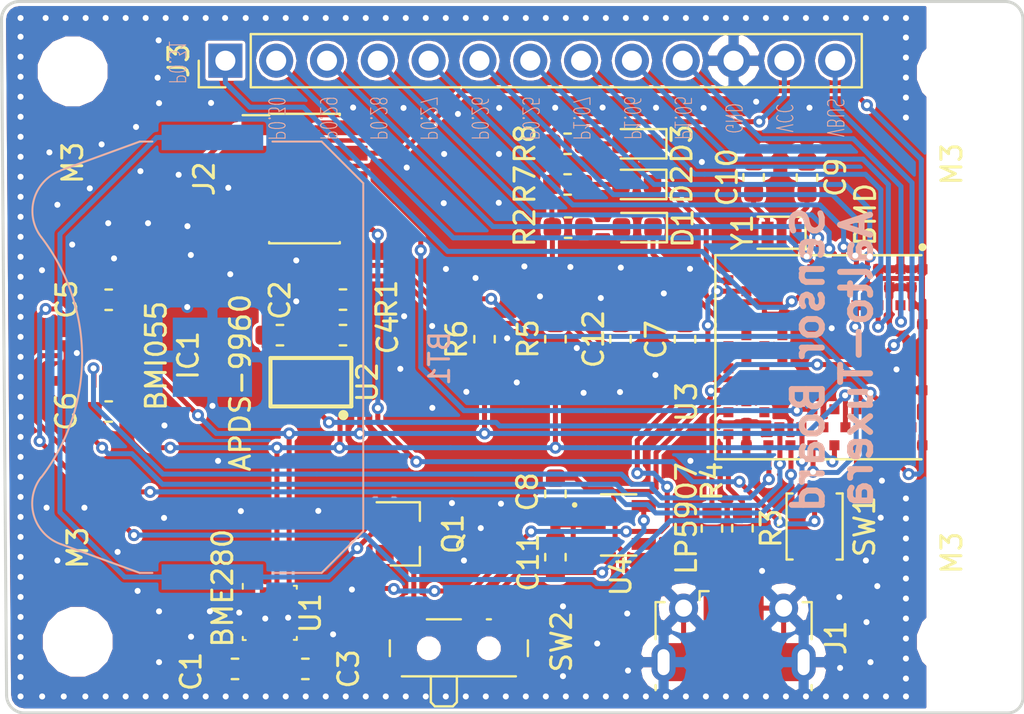
<source format=kicad_pcb>
(kicad_pcb (version 20171130) (host pcbnew 5.0.0-fee4fd1~65~ubuntu18.04.1)
  (title_block (title SensorBoard) (date 2018-07-24) (rev 2) (company Aalto-Tuxera))
  (layers (0 F.Cu signal) (31 B.Cu signal) (34 B.Paste user) (35 F.Paste user) (36 B.SilkS user) (37 F.SilkS user) (38 B.Mask user) (39 F.Mask user) (44 Edge.Cuts user))
  (net 0 "")
  (net 1 /VCC)
  (net 2 /VBUS)
  (net 3 /XTAL1)
  (net 4 /XTAL2)
  (net 5 "Net-(D1-Pad2)")
  (net 6 /INT2A)
  (net 7 "Net-(IC1-Pad5)")
  (net 8 /SCL)
  (net 9 /SDA)
  (net 10 /INT1G)
  (net 11 /INT2G)
  (net 12 "Net-(IC1-Pad14)")
  (net 13 /INT1A)
  (net 14 "Net-(J1-Pad4)")
  (net 15 /RST)
  (net 16 /SWO)
  (net 17 /P0.31)
  (net 18 /P0.30)
  (net 19 /P0.29)
  (net 20 /P0.28)
  (net 21 /P0.27)
  (net 22 /P0.26)
  (net 23 /P0.25)
  (net 24 /D+)
  (net 25 /D-)
  (net 26 /INTL)
  (net 27 "Net-(U2-Pad3)")
  (net 28 "Net-(U3-Pad15)")
  (net 29 "Net-(U3-Pad19)")
  (net 30 "Net-(U3-Pad20)")
  (net 31 "Net-(U3-Pad21)")
  (net 32 "Net-(U3-Pad23)")
  (net 33 "Net-(U3-Pad25)")
  (net 34 "Net-(U3-Pad26)")
  (net 35 "Net-(U3-Pad27)")
  (net 36 "Net-(U3-Pad28)")
  (net 37 "Net-(U3-Pad36)")
  (net 38 "Net-(U3-Pad51)")
  (net 39 "Net-(U3-Pad52)")
  (net 40 "Net-(U3-Pad53)")
  (net 41 "Net-(U3-Pad54)")
  (net 42 "Net-(U3-Pad57)")
  (net 43 "Net-(U3-Pad58)")
  (net 44 "Net-(U3-Pad59)")
  (net 45 "Net-(U3-Pad60)")
  (net 46 "Net-(U3-Pad64)")
  (net 47 /P1.07)
  (net 48 /P1.06)
  (net 49 /P1.05)
  (net 50 "Net-(U3-Pad40)")
  (net 51 "Net-(U3-Pad41)")
  (net 52 "Net-(U3-Pad42)")
  (net 53 /-)
  (net 54 /+)
  (net 55 "Net-(BT1-Pad1)")
  (net 56 GNDREF)
  (net 57 "Net-(C4-Pad1)")
  (net 58 /VCCR)
  (net 59 /LED2)
  (net 60 "Net-(D2-Pad2)")
  (net 61 /LED1)
  (net 62 "Net-(D3-Pad2)")
  (net 63 /SWDIO)
  (net 64 /SWCLK)
  (net 65 /VCCB)
  (net 66 "Net-(U3-Pad22)")
  (net 67 "Net-(U3-Pad24)")
  (net 68 "Net-(U3-Pad62)")
  (net 69 "Net-(J2-Pad7)")
  (net 70 "Net-(J2-Pad8)")
  (module MountingHole:MountingHole_3.2mm_M3 (layer F.Cu) (at 194.564 69.596)
    (fp_text reference M3 (at 0 4.572 90) (layer F.SilkS))
    (fp_text value MountingHole_3.2mm_M3)
    (pad 1 np_thru_hole circle (at 0 0) (size 3.2 3.2) (drill 3.2) (layers *.Cu *.Mask))
  )
  (module APDS-9960:APDS-9960 (layer F.Cu) (at 162.530223 85.068019 270)
    (fp_text reference U2 (at 0 -2.823777 270) (layer F.SilkS))
    (fp_text value APDS-9960 (at 0.021981 3.526223 270) (layer F.SilkS))
    (pad 1 smd rect (at 0.7 -1.455 270) (size 0.6 0.72) (layers F.Cu F.Paste F.Mask) (net 9 /SDA))
    (pad 2 smd rect (at 0.7 -0.485 270) (size 0.6 0.72) (layers F.Cu F.Paste F.Mask) (net 26 /INTL))
    (pad 3 smd rect (at 0.7 0.485 270) (size 0.6 0.72) (layers F.Cu F.Paste F.Mask) (net 27 "Net-(U2-Pad3)"))
    (pad 4 smd rect (at 0.7 1.455 270) (size 0.6 0.72) (layers F.Cu F.Paste F.Mask) (net 27 "Net-(U2-Pad3)"))
    (pad 5 smd rect (at -0.7 1.455 270) (size 0.6 0.72) (layers F.Cu F.Paste F.Mask) (net 1 /VCC))
    (pad 6 smd rect (at -0.7 0.485 270) (size 0.6 0.72) (layers F.Cu F.Paste F.Mask) (net 56 GNDREF))
    (pad 7 smd rect (at -0.7 -0.485 270) (size 0.6 0.72) (layers F.Cu F.Paste F.Mask) (net 8 /SCL))
    (pad 8 smd rect (at -0.7 -1.455 270) (size 0.6 0.72) (layers F.Cu F.Paste F.Mask) (net 57 "Net-(C4-Pad1)"))
  )
  (module Capacitor_SMD:C_0603_1608Metric (layer F.Cu) (at 158.736499 99.397868)
    (fp_text reference C1 (at -2.198 0.127 90) (layer F.SilkS))
    (fp_text value 100nF)
    (pad 1 smd roundrect (at -0.7875 0) (size 0.875 0.95) (layers F.Cu F.Paste F.Mask) (net 1 /VCC))
    (pad 2 smd roundrect (at 0.7875 0) (size 0.875 0.95) (layers F.Cu F.Paste F.Mask) (net 56 GNDREF))
  )
  (module Package_LGA:Bosch_LGA-8_2.5x2.5mm_P0.65mm_ClockwisePinNumbering (layer F.Cu) (at 160.475499 96.594868)
    (fp_text reference U1 (at 2.032 0.014032 90) (layer F.SilkS))
    (fp_text value BME280)
    (pad 4 smd rect (at 0.975 -1.025 90) (size 0.5 0.35) (layers F.Cu F.Paste F.Mask) (net 8 /SCL))
    (pad 3 smd rect (at 0.325 -1.025 90) (size 0.5 0.35) (layers F.Cu F.Paste F.Mask) (net 9 /SDA))
    (pad 2 smd rect (at -0.325 -1.025 90) (size 0.5 0.35) (layers F.Cu F.Paste F.Mask) (net 1 /VCC))
    (pad 1 smd rect (at -0.975 -1.025 90) (size 0.5 0.35) (layers F.Cu F.Paste F.Mask) (net 56 GNDREF))
    (pad 8 smd rect (at -0.975 1.025 90) (size 0.5 0.35) (layers F.Cu F.Paste F.Mask) (net 1 /VCC))
    (pad 7 smd rect (at -0.325 1.025 90) (size 0.5 0.35) (layers F.Cu F.Paste F.Mask) (net 56 GNDREF))
    (pad 6 smd rect (at 0.325 1.025 90) (size 0.5 0.35) (layers F.Cu F.Paste F.Mask) (net 1 /VCC))
    (pad 5 smd rect (at 0.975 1.025 90) (size 0.5 0.35) (layers F.Cu F.Paste F.Mask) (net 56 GNDREF))
  )
  (module Capacitor_SMD:C_0603_1608Metric (layer F.Cu) (at 162.253499 99.397868)
    (fp_text reference C3 (at 2.159 0 90) (layer F.SilkS))
    (fp_text value 100nF)
    (pad 2 smd roundrect (at 0.7875 0) (size 0.875 0.95) (layers F.Cu F.Paste F.Mask) (net 56 GNDREF))
    (pad 1 smd roundrect (at -0.7875 0) (size 0.875 0.95) (layers F.Cu F.Paste F.Mask) (net 1 /VCC))
  )
  (module BMI055:QFN50P300X450X100-16N (layer F.Cu) (at 151.687877 83.740986 90)
    (fp_text reference IC1 (at 0.010986 4.712123 270) (layer F.SilkS))
    (fp_text value BMI055 (at -0.009014 3.112123 270) (layer F.SilkS))
    (pad 1 smd rect (at 1.26498 -1.4987 90) (size 0.675 0.25) (layers F.Cu F.Paste F.Mask) (net 6 /INT2A))
    (pad 2 smd rect (at 1.26498 -0.9987 90) (size 0.675 0.25) (layers F.Cu F.Paste F.Mask))
    (pad 3 smd rect (at 1.26498 -0.4987 90) (size 0.675 0.25) (layers F.Cu F.Paste F.Mask) (net 1 /VCC))
    (pad 4 smd rect (at 1.26498 0.0013 90) (size 0.675 0.25) (layers F.Cu F.Paste F.Mask) (net 56 GNDREF))
    (pad 5 smd rect (at 1.26498 0.5013 90) (size 0.675 0.25) (layers F.Cu F.Paste F.Mask) (net 7 "Net-(IC1-Pad5)"))
    (pad 6 smd rect (at 1.26498 1.0013 90) (size 0.675 0.25) (layers F.Cu F.Paste F.Mask) (net 56 GNDREF))
    (pad 7 smd rect (at 1.26498 1.5013 90) (size 0.675 0.25) (layers F.Cu F.Paste F.Mask) (net 1 /VCC))
    (pad 8 smd rect (at 0.000228 2.01189 180) (size 0.675 0.25) (layers F.Cu F.Paste F.Mask) (net 8 /SCL))
    (pad 9 smd rect (at -1.26184 1.49984 270) (size 0.675 0.25) (layers F.Cu F.Paste F.Mask) (net 9 /SDA))
    (pad 10 smd rect (at -1.26184 0.999841 270) (size 0.675 0.25) (layers F.Cu F.Paste F.Mask) (net 56 GNDREF))
    (pad 11 smd rect (at -1.26184 0.499841 270) (size 0.675 0.25) (layers F.Cu F.Paste F.Mask) (net 1 /VCC))
    (pad 12 smd rect (at -1.26184 -0.000159 270) (size 0.675 0.25) (layers F.Cu F.Paste F.Mask) (net 10 /INT1G))
    (pad 13 smd rect (at -1.26184 -0.500159 270) (size 0.675 0.25) (layers F.Cu F.Paste F.Mask) (net 11 /INT2G))
    (pad 14 smd rect (at -1.26184 -1.00016 270) (size 0.675 0.25) (layers F.Cu F.Paste F.Mask) (net 12 "Net-(IC1-Pad14)"))
    (pad 15 smd rect (at -1.26184 -1.50016 270) (size 0.675 0.25) (layers F.Cu F.Paste F.Mask) (net 56 GNDREF))
    (pad 16 smd rect (at 0.000128 -2.01258 180) (size 0.675 0.25) (layers F.Cu F.Paste F.Mask) (net 13 /INT1A))
  )
  (module Connector_USB:USB_Micro-B_Molex-105017-0001 (layer F.Cu) (at 183.658 97.8225)
    (fp_text reference J1 (at 5.1148 0.0183 90) (layer F.SilkS))
    (fp_text value USB_B_Micro)
    (pad 6 smd rect (at 1 1.2375) (size 1.5 1.9) (layers F.Cu F.Paste F.Mask) (net 56 GNDREF))
    (pad 6 thru_hole circle (at -2.5 -1.4625) (size 1.45 1.45) (drill 0.85) (layers *.Cu *.Mask) (net 56 GNDREF))
    (pad 2 smd rect (at -0.65 -1.4625) (size 0.4 1.35) (layers F.Cu F.Paste F.Mask) (net 53 /-))
    (pad 1 smd rect (at -1.3 -1.4625) (size 0.4 1.35) (layers F.Cu F.Paste F.Mask) (net 2 /VBUS))
    (pad 5 smd rect (at 1.3 -1.4625) (size 0.4 1.35) (layers F.Cu F.Paste F.Mask) (net 56 GNDREF))
    (pad 4 smd rect (at 0.65 -1.4625) (size 0.4 1.35) (layers F.Cu F.Paste F.Mask) (net 14 "Net-(J1-Pad4)"))
    (pad 3 smd rect (at 0 -1.4625) (size 0.4 1.35) (layers F.Cu F.Paste F.Mask) (net 54 /+))
    (pad 6 thru_hole circle (at 2.5 -1.4625) (size 1.45 1.45) (drill 0.85) (layers *.Cu *.Mask) (net 56 GNDREF))
    (pad 6 smd rect (at -1 1.2375) (size 1.5 1.9) (layers F.Cu F.Paste F.Mask) (net 56 GNDREF))
    (pad 6 thru_hole oval (at -3.5 1.2375 180) (size 1.2 1.9) (drill oval 0.6 1.3) (layers *.Cu *.Mask) (net 56 GNDREF))
    (pad 6 thru_hole oval (at 3.5 1.2375) (size 1.2 1.9) (drill oval 0.6 1.3) (layers *.Cu *.Mask) (net 56 GNDREF))
    (pad 6 smd rect (at 2.9 1.2375) (size 1.2 1.9) (layers F.Cu F.Mask) (net 56 GNDREF))
    (pad 6 smd rect (at -2.9 1.2375) (size 1.2 1.9) (layers F.Cu F.Mask) (net 56 GNDREF))
  )
  (module Connector_PinHeader_2.54mm:PinHeader_1x13_P2.54mm_Vertical (layer F.Cu) (at 158.2547 68.9991 90)
    (fp_text reference J3 (at 0 -2.33 90) (layer F.SilkS))
    (fp_text value Conn_01x13)
    (pad 1 thru_hole rect (at 0 0 90) (size 1.7 1.7) (drill 1) (layers *.Cu *.Mask) (net 17 /P0.31))
    (pad 2 thru_hole oval (at 0 2.54 90) (size 1.7 1.7) (drill 1) (layers *.Cu *.Mask) (net 18 /P0.30))
    (pad 3 thru_hole oval (at 0 5.08 90) (size 1.7 1.7) (drill 1) (layers *.Cu *.Mask) (net 19 /P0.29))
    (pad 4 thru_hole oval (at 0 7.62 90) (size 1.7 1.7) (drill 1) (layers *.Cu *.Mask) (net 20 /P0.28))
    (pad 5 thru_hole oval (at 0 10.16 90) (size 1.7 1.7) (drill 1) (layers *.Cu *.Mask) (net 21 /P0.27))
    (pad 6 thru_hole oval (at 0 12.7 90) (size 1.7 1.7) (drill 1) (layers *.Cu *.Mask) (net 22 /P0.26))
    (pad 7 thru_hole oval (at 0 15.24 90) (size 1.7 1.7) (drill 1) (layers *.Cu *.Mask) (net 23 /P0.25))
    (pad 8 thru_hole oval (at 0 17.78 90) (size 1.7 1.7) (drill 1) (layers *.Cu *.Mask) (net 47 /P1.07))
    (pad 9 thru_hole oval (at 0 20.32 90) (size 1.7 1.7) (drill 1) (layers *.Cu *.Mask) (net 48 /P1.06))
    (pad 10 thru_hole oval (at 0 22.86 90) (size 1.7 1.7) (drill 1) (layers *.Cu *.Mask) (net 49 /P1.05))
    (pad 11 thru_hole oval (at 0 25.4 90) (size 1.7 1.7) (drill 1) (layers *.Cu *.Mask) (net 56 GNDREF))
    (pad 12 thru_hole oval (at 0 27.94 90) (size 1.7 1.7) (drill 1) (layers *.Cu *.Mask) (net 1 /VCC))
    (pad 13 thru_hole oval (at 0 30.48 90) (size 1.7 1.7) (drill 1) (layers *.Cu *.Mask) (net 2 /VBUS))
  )
  (module Button_Switch_SMD:SW_SPST_B3U-1000P (layer F.Cu) (at 187.706 92.28 270)
    (fp_text reference SW1 (at 0 -2.5 270) (layer F.SilkS))
    (fp_text value SW_Push)
    (pad 1 smd rect (at -1.7 0 270) (size 0.9 1.7) (layers F.Cu F.Paste F.Mask) (net 15 /RST))
    (pad 2 smd rect (at 1.7 0 270) (size 0.9 1.7) (layers F.Cu F.Paste F.Mask) (net 56 GNDREF))
  )
  (module BMD-340-A-R:RIGADO_BMD-340-A-R (layer F.Cu) (at 190.246 83.82 180)
    (fp_text reference U3 (at 8.9408 -2.2352 270) (layer F.SilkS))
    (fp_text value BMD (at -0.004 7.13 270) (layer F.SilkS))
    (pad 1 smd rect (at -2.85 4.4 180) (size 0.5 0.5) (layers F.Cu F.Paste F.Mask) (net 56 GNDREF))
    (pad 2 smd rect (at -2.3 3.5 180) (size 0.5 0.5) (layers F.Cu F.Paste F.Mask) (net 56 GNDREF))
    (pad 3 smd rect (at -1.75 4.4 180) (size 0.5 0.5) (layers F.Cu F.Paste F.Mask) (net 56 GNDREF))
    (pad 4 smd rect (at -1.2 3.5 180) (size 0.5 0.5) (layers F.Cu F.Paste F.Mask) (net 56 GNDREF))
    (pad 5 smd rect (at -0.65 4.4 180) (size 0.5 0.5) (layers F.Cu F.Paste F.Mask) (net 56 GNDREF))
    (pad 6 smd rect (at -0.1 3.5 180) (size 0.5 0.5) (layers F.Cu F.Paste F.Mask) (net 23 /P0.25))
    (pad 7 smd rect (at 0.45 4.4 180) (size 0.5 0.5) (layers F.Cu F.Paste F.Mask) (net 22 /P0.26))
    (pad 8 smd rect (at 1 3.5 180) (size 0.5 0.5) (layers F.Cu F.Paste F.Mask) (net 21 /P0.27))
    (pad 9 smd rect (at 1.55 4.4 180) (size 0.5 0.5) (layers F.Cu F.Paste F.Mask) (net 20 /P0.28))
    (pad 10 smd rect (at 2.1 3.5 180) (size 0.5 0.5) (layers F.Cu F.Paste F.Mask) (net 19 /P0.29))
    (pad 11 smd rect (at 2.65 4.4 180) (size 0.5 0.5) (layers F.Cu F.Paste F.Mask) (net 18 /P0.30))
    (pad 12 smd rect (at 3.2 3.5 180) (size 0.5 0.5) (layers F.Cu F.Paste F.Mask) (net 17 /P0.31))
    (pad 13 smd rect (at 3.75 4.4 180) (size 0.5 0.5) (layers F.Cu F.Paste F.Mask) (net 3 /XTAL1))
    (pad 14 smd rect (at 4.3 3.5 180) (size 0.5 0.5) (layers F.Cu F.Paste F.Mask) (net 4 /XTAL2))
    (pad 15 smd rect (at 4.85 4.4 180) (size 0.5 0.5) (layers F.Cu F.Paste F.Mask) (net 28 "Net-(U3-Pad15)"))
    (pad 16 smd rect (at 5.95 4.4 180) (size 0.5 0.5) (layers F.Cu F.Paste F.Mask) (net 56 GNDREF))
    (pad 17 smd rect (at 5.95 3.3 180) (size 0.5 0.5) (layers F.Cu F.Paste F.Mask) (net 1 /VCC))
    (pad 18 smd rect (at 5.05 2.75 180) (size 0.5 0.5) (layers F.Cu F.Paste F.Mask) (net 56 GNDREF))
    (pad 19 smd rect (at 5.95 2.2 180) (size 0.5 0.5) (layers F.Cu F.Paste F.Mask) (net 29 "Net-(U3-Pad19)"))
    (pad 20 smd rect (at 5.05 1.65 180) (size 0.5 0.5) (layers F.Cu F.Paste F.Mask) (net 30 "Net-(U3-Pad20)"))
    (pad 21 smd rect (at 5.95 1.1 180) (size 0.5 0.5) (layers F.Cu F.Paste F.Mask) (net 31 "Net-(U3-Pad21)"))
    (pad 22 smd rect (at 5.05 0.55 180) (size 0.5 0.5) (layers F.Cu F.Paste F.Mask) (net 66 "Net-(U3-Pad22)"))
    (pad 23 smd rect (at 5.95 0 180) (size 0.5 0.5) (layers F.Cu F.Paste F.Mask) (net 32 "Net-(U3-Pad23)"))
    (pad 24 smd rect (at 5.05 -0.55 180) (size 0.5 0.5) (layers F.Cu F.Paste F.Mask) (net 67 "Net-(U3-Pad24)"))
    (pad 25 smd rect (at 5.95 -1.1 180) (size 0.5 0.5) (layers F.Cu F.Paste F.Mask) (net 33 "Net-(U3-Pad25)"))
    (pad 26 smd rect (at 5.05 -1.65 180) (size 0.5 0.5) (layers F.Cu F.Paste F.Mask) (net 34 "Net-(U3-Pad26)"))
    (pad 27 smd rect (at 5.95 -2.2 180) (size 0.5 0.5) (layers F.Cu F.Paste F.Mask) (net 35 "Net-(U3-Pad27)"))
    (pad 28 smd rect (at 5.05 -2.75 180) (size 0.5 0.5) (layers F.Cu F.Paste F.Mask) (net 36 "Net-(U3-Pad28)"))
    (pad 29 smd rect (at 5.95 -3.3 180) (size 0.5 0.5) (layers F.Cu F.Paste F.Mask) (net 56 GNDREF))
    (pad 30 smd rect (at 5.95 -4.4 180) (size 0.5 0.5) (layers F.Cu F.Paste F.Mask) (net 56 GNDREF))
    (pad 31 smd rect (at 4.85 -4.4 180) (size 0.5 0.5) (layers F.Cu F.Paste F.Mask) (net 10 /INT1G))
    (pad 32 smd rect (at 4.3 -3.5 180) (size 0.5 0.5) (layers F.Cu F.Paste F.Mask) (net 11 /INT2G))
    (pad 33 smd rect (at 3.75 -4.4 180) (size 0.5 0.5) (layers F.Cu F.Paste F.Mask) (net 13 /INT1A))
    (pad 34 smd rect (at 3.2 -3.5 180) (size 0.5 0.5) (layers F.Cu F.Paste F.Mask) (net 6 /INT2A))
    (pad 35 smd rect (at 2.65 -4.4 180) (size 0.5 0.5) (layers F.Cu F.Paste F.Mask) (net 26 /INTL))
    (pad 36 smd rect (at 2.1 -3.5 180) (size 0.5 0.5) (layers F.Cu F.Paste F.Mask) (net 37 "Net-(U3-Pad36)"))
    (pad 37 smd rect (at 1.55 -4.4 180) (size 0.5 0.5) (layers F.Cu F.Paste F.Mask) (net 9 /SDA))
    (pad 38 smd rect (at 1 -3.5 180) (size 0.5 0.5) (layers F.Cu F.Paste F.Mask) (net 8 /SCL))
    (pad 39 smd rect (at 0.45 -4.4 180) (size 0.5 0.5) (layers F.Cu F.Paste F.Mask) (net 15 /RST))
    (pad 40 smd rect (at -0.1 -3.5 180) (size 0.5 0.5) (layers F.Cu F.Paste F.Mask) (net 50 "Net-(U3-Pad40)"))
    (pad 41 smd rect (at -0.65 -4.4 180) (size 0.5 0.5) (layers F.Cu F.Paste F.Mask) (net 51 "Net-(U3-Pad41)"))
    (pad 42 smd rect (at -1.2 -3.5 180) (size 0.5 0.5) (layers F.Cu F.Paste F.Mask) (net 52 "Net-(U3-Pad42)"))
    (pad 43 smd rect (at -1.75 -4.4 180) (size 0.5 0.5) (layers F.Cu F.Paste F.Mask) (net 64 /SWCLK))
    (pad 44 smd rect (at -2.3 -3.5 180) (size 0.5 0.5) (layers F.Cu F.Paste F.Mask) (net 63 /SWDIO))
    (pad 45 smd rect (at -2.85 -4.4 180) (size 0.5 0.5) (layers F.Cu F.Paste F.Mask) (net 56 GNDREF))
    (pad 46 smd rect (at -2.85 -1.65 180) (size 0.5 0.5) (layers F.Cu F.Paste F.Mask) (net 56 GNDREF))
    (pad 47 smd rect (at -2.85 1.65 180) (size 0.5 0.5) (layers F.Cu F.Paste F.Mask) (net 56 GNDREF))
    (pad 48 smd rect (at -1.75 2.6 180) (size 0.5 0.5) (layers F.Cu F.Paste F.Mask) (net 49 /P1.05))
    (pad 49 smd rect (at -0.65 2.6 180) (size 0.5 0.5) (layers F.Cu F.Paste F.Mask) (net 48 /P1.06))
    (pad 50 smd rect (at 0.45 2.6 180) (size 0.5 0.5) (layers F.Cu F.Paste F.Mask) (net 47 /P1.07))
    (pad 51 smd rect (at 1.55 2.6 180) (size 0.5 0.5) (layers F.Cu F.Paste F.Mask) (net 38 "Net-(U3-Pad51)"))
    (pad 52 smd rect (at 2.65 2.6 180) (size 0.5 0.5) (layers F.Cu F.Paste F.Mask) (net 39 "Net-(U3-Pad52)"))
    (pad 53 smd rect (at 4.15 1.1 180) (size 0.5 0.5) (layers F.Cu F.Paste F.Mask) (net 40 "Net-(U3-Pad53)"))
    (pad 54 smd rect (at 4.15 0 180) (size 0.5 0.5) (layers F.Cu F.Paste F.Mask) (net 41 "Net-(U3-Pad54)"))
    (pad 55 smd rect (at 4.15 -1.1 180) (size 0.5 0.5) (layers F.Cu F.Paste F.Mask) (net 56 GNDREF))
    (pad 56 smd rect (at 2.65 -2.6 180) (size 0.5 0.5) (layers F.Cu F.Paste F.Mask) (net 16 /SWO))
    (pad 57 smd rect (at 1.55 -2.6 180) (size 0.5 0.5) (layers F.Cu F.Paste F.Mask) (net 42 "Net-(U3-Pad57)"))
    (pad 58 smd rect (at 0.45 -2.6 180) (size 0.5 0.5) (layers F.Cu F.Paste F.Mask) (net 43 "Net-(U3-Pad58)"))
    (pad 59 smd rect (at -0.65 -2.6 180) (size 0.5 0.5) (layers F.Cu F.Paste F.Mask) (net 44 "Net-(U3-Pad59)"))
    (pad 60 smd rect (at -1.75 -2.6 180) (size 0.5 0.5) (layers F.Cu F.Paste F.Mask) (net 45 "Net-(U3-Pad60)"))
    (pad 61 smd rect (at 6.85 3.85 180) (size 0.5 0.5) (layers F.Cu F.Paste F.Mask) (net 59 /LED2))
    (pad 62 smd rect (at 6.85 2.75 180) (size 0.5 0.5) (layers F.Cu F.Paste F.Mask) (net 68 "Net-(U3-Pad62)"))
    (pad 63 smd rect (at 6.85 1.65 180) (size 0.5 0.5) (layers F.Cu F.Paste F.Mask) (net 61 /LED1))
    (pad 64 smd rect (at 6.85 0.55 180) (size 0.5 0.5) (layers F.Cu F.Paste F.Mask) (net 46 "Net-(U3-Pad64)"))
    (pad 65 smd rect (at 6.85 -0.55 180) (size 0.5 0.5) (layers F.Cu F.Paste F.Mask) (net 1 /VCC))
    (pad 66 smd rect (at 6.85 -1.65 180) (size 0.5 0.5) (layers F.Cu F.Paste F.Mask) (net 2 /VBUS))
    (pad 67 smd rect (at 6.85 -2.75 180) (size 0.5 0.5) (layers F.Cu F.Paste F.Mask) (net 25 /D-))
    (pad 68 smd rect (at 6.85 -3.85 180) (size 0.5 0.5) (layers F.Cu F.Paste F.Mask) (net 24 /D+))
  )
  (module Crystal:Crystal_SMD_TXC_9HT11-2Pin_2.0x1.2mm (layer F.Cu) (at 186.055 77.597 180)
    (fp_text reference Y1 (at 1.9558 0.0254 270) (layer F.SilkS))
    (fp_text value 32.768KHz)
    (pad 1 smd rect (at -0.7 0 180) (size 0.6 1.1) (layers F.Cu F.Paste F.Mask) (net 3 /XTAL1))
    (pad 2 smd rect (at 0.7 0 180) (size 0.6 1.1) (layers F.Cu F.Paste F.Mask) (net 4 /XTAL2))
  )
  (module MountingHole:MountingHole_3.2mm_M3 (layer F.Cu) (at 150.622 69.5325)
    (fp_text reference M3 (at 0 4.572 90) (layer F.SilkS))
    (fp_text value MountingHole_3.2mm_M3)
    (pad 1 np_thru_hole circle (at 0 0) (size 3.2 3.2) (drill 3.2) (layers *.Cu *.Mask))
  )
  (module MountingHole:MountingHole_3.2mm_M3 (layer F.Cu) (at 194.564 98.044)
    (fp_text reference M3 (at 0 -4.445 90) (layer F.SilkS))
    (fp_text value MountingHole_3.2mm_M3)
    (pad 1 np_thru_hole circle (at 0 0) (size 3.2 3.2) (drill 3.2) (layers *.Cu *.Mask))
  )
  (module MountingHole:MountingHole_3.2mm_M3 (layer F.Cu) (at 150.876 98.044)
    (fp_text reference M3 (at 0 -4.699 90) (layer F.SilkS))
    (fp_text value MountingHole_3.2mm_M3)
    (pad 1 np_thru_hole circle (at 0 0) (size 3.2 3.2) (drill 3.2) (layers *.Cu *.Mask))
  )
  (module LP5907MFX-3.3_NOPB:SOT95P280X145-5N (layer F.Cu) (at 177.912 92.202)
    (fp_text reference U4 (at 0.118 2.558 90) (layer F.SilkS))
    (fp_text value LP5907 (at 3.388 -0.322 90) (layer F.SilkS))
    (pad 1 smd rect (at -1.255 -0.95 270) (size 0.59 1.21) (layers F.Cu F.Paste F.Mask) (net 2 /VBUS))
    (pad 4 smd rect (at 1.255 0.95 270) (size 0.59 1.21) (layers F.Cu F.Paste F.Mask))
    (pad 2 smd rect (at -1.255 0 270) (size 0.59 1.21) (layers F.Cu F.Paste F.Mask) (net 56 GNDREF))
    (pad 3 smd rect (at -1.255 0.95 270) (size 0.59 1.21) (layers F.Cu F.Paste F.Mask) (net 2 /VBUS))
    (pad 5 smd rect (at 1.255 -0.95 270) (size 0.59 1.21) (layers F.Cu F.Paste F.Mask) (net 58 /VCCR))
  )
  (module Capacitor_SMD:C_0603_1608Metric (layer F.Cu) (at 160.983223 82.717019)
    (fp_text reference C2 (at 0.001977 -1.741819 90) (layer F.SilkS))
    (fp_text value 100nF)
    (pad 1 smd roundrect (at -0.7875 0) (size 0.875 0.95) (layers F.Cu F.Paste F.Mask) (net 1 /VCC))
    (pad 2 smd roundrect (at 0.7875 0) (size 0.875 0.95) (layers F.Cu F.Paste F.Mask) (net 56 GNDREF))
  )
  (module Capacitor_SMD:C_0603_1608Metric (layer F.Cu) (at 164.132723 82.717019 180)
    (fp_text reference C4 (at -2.237277 0.014619 270) (layer F.SilkS))
    (fp_text value 100nF)
    (pad 1 smd roundrect (at -0.7875 0 180) (size 0.875 0.95) (layers F.Cu F.Paste F.Mask) (net 57 "Net-(C4-Pad1)"))
    (pad 2 smd roundrect (at 0.7875 0 180) (size 0.875 0.95) (layers F.Cu F.Paste F.Mask) (net 56 GNDREF))
  )
  (module Capacitor_SMD:C_0603_1608Metric (layer F.Cu) (at 152.424377 80.946986 180)
    (fp_text reference C5 (at 2.104377 0.016986 270) (layer F.SilkS))
    (fp_text value 100nF)
    (pad 2 smd roundrect (at 0.7875 0 180) (size 0.875 0.95) (layers F.Cu F.Paste F.Mask) (net 56 GNDREF))
    (pad 1 smd roundrect (at -0.7875 0 180) (size 0.875 0.95) (layers F.Cu F.Paste F.Mask) (net 1 /VCC))
  )
  (module Capacitor_SMD:C_0603_1608Metric (layer F.Cu) (at 152.424377 86.534986)
    (fp_text reference C6 (at -2.124377 -0.014986 90) (layer F.SilkS))
    (fp_text value 100nF)
    (pad 1 smd roundrect (at -0.7875 0) (size 0.875 0.95) (layers F.Cu F.Paste F.Mask) (net 1 /VCC))
    (pad 2 smd roundrect (at 0.7875 0) (size 0.875 0.95) (layers F.Cu F.Paste F.Mask) (net 56 GNDREF))
  )
  (module Capacitor_SMD:C_0603_1608Metric (layer F.Cu) (at 181.229 82.9183 270)
    (fp_text reference C7 (at 0.0255 1.4478 270) (layer F.SilkS))
    (fp_text value 4,7uF)
    (pad 1 smd roundrect (at -0.7875 0 270) (size 0.875 0.95) (layers F.Cu F.Paste F.Mask) (net 56 GNDREF))
    (pad 2 smd roundrect (at 0.7875 0 270) (size 0.875 0.95) (layers F.Cu F.Paste F.Mask) (net 1 /VCC))
  )
  (module Capacitor_SMD:C_0603_1608Metric (layer F.Cu) (at 174.752 90.6525 270)
    (fp_text reference C8 (at -0.1015 1.397 270) (layer F.SilkS))
    (fp_text value 4,7uF)
    (pad 1 smd roundrect (at -0.7875 0 270) (size 0.875 0.95) (layers F.Cu F.Paste F.Mask) (net 2 /VBUS))
    (pad 2 smd roundrect (at 0.7875 0 270) (size 0.875 0.95) (layers F.Cu F.Paste F.Mask) (net 56 GNDREF))
  )
  (module Capacitor_SMD:C_0603_1608Metric (layer F.Cu) (at 187.325 74.842 270)
    (fp_text reference C9 (at -0.0136 -1.43 270) (layer F.SilkS))
    (fp_text value 12,5pF)
    (pad 2 smd roundrect (at 0.7875 0 270) (size 0.875 0.95) (layers F.Cu F.Paste F.Mask) (net 3 /XTAL1))
    (pad 1 smd roundrect (at -0.7875 0 270) (size 0.875 0.95) (layers F.Cu F.Paste F.Mask) (net 56 GNDREF))
  )
  (module Capacitor_SMD:C_0603_1608Metric (layer F.Cu) (at 184.658 74.8285 270)
    (fp_text reference C10 (at -0.0001 1.3208 270) (layer F.SilkS))
    (fp_text value 12,5pF)
    (pad 1 smd roundrect (at -0.7875 0 270) (size 0.875 0.95) (layers F.Cu F.Paste F.Mask) (net 56 GNDREF))
    (pad 2 smd roundrect (at 0.7875 0 270) (size 0.875 0.95) (layers F.Cu F.Paste F.Mask) (net 4 /XTAL2))
  )
  (module Capacitor_SMD:C_0603_1608Metric (layer F.Cu) (at 174.752 93.814 90)
    (fp_text reference C11 (at -0.266 -1.352 90) (layer F.SilkS))
    (fp_text value 10uF)
    (pad 2 smd roundrect (at 0.7875 0 90) (size 0.875 0.95) (layers F.Cu F.Paste F.Mask) (net 56 GNDREF))
    (pad 1 smd roundrect (at -0.7875 0 90) (size 0.875 0.95) (layers F.Cu F.Paste F.Mask) (net 58 /VCCR))
  )
  (module Resistor_SMD:R_0603_1608Metric (layer F.Cu) (at 164.132723 80.939019 180)
    (fp_text reference R1 (at -2.186477 0.014619 270) (layer F.SilkS))
    (fp_text value 22)
    (pad 1 smd roundrect (at -0.7875 0 180) (size 0.875 0.95) (layers F.Cu F.Paste F.Mask) (net 57 "Net-(C4-Pad1)"))
    (pad 2 smd roundrect (at 0.7875 0 180) (size 0.875 0.95) (layers F.Cu F.Paste F.Mask) (net 1 /VCC))
  )
  (module Resistor_SMD:R_0603_1608Metric (layer F.Cu) (at 175.387 77.343)
    (fp_text reference R2 (at -2.167 -0.013 90) (layer F.SilkS))
    (fp_text value 1k)
    (pad 2 smd roundrect (at 0.7875 0) (size 0.875 0.95) (layers F.Cu F.Paste F.Mask) (net 5 "Net-(D1-Pad2)"))
    (pad 1 smd roundrect (at -0.7875 0) (size 0.875 0.95) (layers F.Cu F.Paste F.Mask) (net 1 /VCC))
  )
  (module Resistor_SMD:R_0603_1608Metric (layer F.Cu) (at 184.0992 92.368 270)
    (fp_text reference R3 (at 0 -1.43 270) (layer F.SilkS))
    (fp_text value 27)
    (pad 2 smd roundrect (at 0.7875 0 270) (size 0.875 0.95) (layers F.Cu F.Paste F.Mask) (net 54 /+))
    (pad 1 smd roundrect (at -0.7875 0 270) (size 0.875 0.95) (layers F.Cu F.Paste F.Mask) (net 24 /D+))
  )
  (module Resistor_SMD:R_0603_1608Metric (layer F.Cu) (at 182.5752 92.3797 270)
    (fp_text reference R4 (at -2.3621 0 270) (layer F.SilkS))
    (fp_text value 27)
    (pad 1 smd roundrect (at -0.7875 0 270) (size 0.875 0.95) (layers F.Cu F.Paste F.Mask) (net 25 /D-))
    (pad 2 smd roundrect (at 0.7875 0 270) (size 0.875 0.95) (layers F.Cu F.Paste F.Mask) (net 53 /-))
  )
  (module Resistor_SMD:R_0603_1608Metric (layer F.Cu) (at 174.752 82.9182 270)
    (fp_text reference R5 (at -0.0136 1.3716 270) (layer F.SilkS))
    (fp_text value 4,7k)
    (pad 2 smd roundrect (at 0.7875 0 270) (size 0.875 0.95) (layers F.Cu F.Paste F.Mask) (net 9 /SDA))
    (pad 1 smd roundrect (at -0.7875 0 270) (size 0.875 0.95) (layers F.Cu F.Paste F.Mask) (net 1 /VCC))
  )
  (module Resistor_SMD:R_0603_1608Metric (layer F.Cu) (at 171.2087 82.9184 270)
    (fp_text reference R6 (at 0.0009 1.397 270) (layer F.SilkS))
    (fp_text value 4,7k)
    (pad 1 smd roundrect (at -0.7875 0 270) (size 0.875 0.95) (layers F.Cu F.Paste F.Mask) (net 1 /VCC))
    (pad 2 smd roundrect (at 0.7875 0 270) (size 0.875 0.95) (layers F.Cu F.Paste F.Mask) (net 8 /SCL))
  )
  (module LED_SMD:LED_0603_1608Metric (layer F.Cu) (at 178.8415 77.343 180)
    (fp_text reference D1 (at -2.286 -0.0254 270) (layer F.SilkS))
    (fp_text value LED)
    (pad 1 smd roundrect (at -0.7875 0 180) (size 0.875 0.95) (layers F.Cu F.Paste F.Mask) (net 61 /LED1))
    (pad 2 smd roundrect (at 0.7875 0 180) (size 0.875 0.95) (layers F.Cu F.Paste F.Mask) (net 5 "Net-(D1-Pad2)"))
  )
  (module LED_SMD:LED_0603_1608Metric (layer F.Cu) (at 178.816 75.184 180)
    (fp_text reference D2 (at -2.2605 0 270) (layer F.SilkS))
    (fp_text value LED)
    (pad 2 smd roundrect (at 0.7875 0 180) (size 0.875 0.95) (layers F.Cu F.Paste F.Mask) (net 60 "Net-(D2-Pad2)"))
    (pad 1 smd roundrect (at -0.7875 0 180) (size 0.875 0.95) (layers F.Cu F.Paste F.Mask) (net 59 /LED2))
  )
  (module LED_SMD:LED_0603_1608Metric (layer F.Cu) (at 178.816 73.152 180)
    (fp_text reference D3 (at -2.2605 0 270) (layer F.SilkS))
    (fp_text value "LED POWER")
    (pad 1 smd roundrect (at -0.7875 0 180) (size 0.875 0.95) (layers F.Cu F.Paste F.Mask) (net 56 GNDREF))
    (pad 2 smd roundrect (at 0.7875 0 180) (size 0.875 0.95) (layers F.Cu F.Paste F.Mask) (net 62 "Net-(D3-Pad2)"))
  )
  (module Package_TO_SOT_SMD:SOT-23 (layer F.Cu) (at 167.2176 92.649)
    (fp_text reference Q1 (at 2.4224 0 90) (layer F.SilkS))
    (fp_text value TP0610T)
    (pad 1 smd rect (at -1 -0.95) (size 0.9 0.8) (layers F.Cu F.Paste F.Mask) (net 56 GNDREF))
    (pad 2 smd rect (at -1 0.95) (size 0.9 0.8) (layers F.Cu F.Paste F.Mask) (net 65 /VCCB))
    (pad 3 smd rect (at 1 0) (size 0.9 0.8) (layers F.Cu F.Paste F.Mask) (net 55 "Net-(BT1-Pad1)"))
  )
  (module Resistor_SMD:R_0603_1608Metric (layer F.Cu) (at 175.3615 75.184)
    (fp_text reference R7 (at -2.1335 0 90) (layer F.SilkS))
    (fp_text value 1k)
    (pad 1 smd roundrect (at -0.7875 0) (size 0.875 0.95) (layers F.Cu F.Paste F.Mask) (net 1 /VCC))
    (pad 2 smd roundrect (at 0.7875 0) (size 0.875 0.95) (layers F.Cu F.Paste F.Mask) (net 60 "Net-(D2-Pad2)"))
  )
  (module Resistor_SMD:R_0603_1608Metric (layer F.Cu) (at 175.3615 73.152)
    (fp_text reference R8 (at -2.1335 0 90) (layer F.SilkS))
    (fp_text value 1k)
    (pad 2 smd roundrect (at 0.7875 0) (size 0.875 0.95) (layers F.Cu F.Paste F.Mask) (net 62 "Net-(D3-Pad2)"))
    (pad 1 smd roundrect (at -0.7875 0) (size 0.875 0.95) (layers F.Cu F.Paste F.Mask) (net 1 /VCC))
  )
  (module Button_Switch_SMD:SW_SPDT_PCM12 (layer F.Cu) (at 169.926 98.0389)
    (fp_text reference SW2 (at 5.1308 0 90) (layer F.SilkS))
    (fp_text value SW_SPDT)
    (pad "" np_thru_hole circle (at -1.5 0.33) (size 0.9 0.9) (drill 0.9) (layers *.Cu *.Mask))
    (pad "" np_thru_hole circle (at 1.5 0.33) (size 0.9 0.9) (drill 0.9) (layers *.Cu *.Mask))
    (pad 1 smd rect (at -2.25 -1.43) (size 0.7 1.5) (layers F.Cu F.Paste F.Mask) (net 65 /VCCB))
    (pad 2 smd rect (at 0.75 -1.43) (size 0.7 1.5) (layers F.Cu F.Paste F.Mask) (net 1 /VCC))
    (pad 3 smd rect (at 2.25 -1.43) (size 0.7 1.5) (layers F.Cu F.Paste F.Mask) (net 58 /VCCR))
    (pad "" smd rect (at -3.65 1.43) (size 1 0.8) (layers F.Cu F.Paste F.Mask))
    (pad "" smd rect (at 3.65 1.43) (size 1 0.8) (layers F.Cu F.Paste F.Mask))
    (pad "" smd rect (at 3.65 -0.78) (size 1 0.8) (layers F.Cu F.Paste F.Mask))
    (pad "" smd rect (at -3.65 -0.78) (size 1 0.8) (layers F.Cu F.Paste F.Mask))
  )
  (module Battery:BatteryHolder_Keystone_3034_1x20mm (layer B.Cu) (at 157.607 83.82 90)
    (fp_text reference BT1 (at -0.06 11.353 90) (layer B.SilkS) (effects (justify mirror)))
    (fp_text value Battery_Cell)
    (pad 2 smd rect (at 0 0 90) (size 3.96 3.96) (layers B.Cu B.Paste B.Mask) (net 56 GNDREF))
    (pad 1 smd rect (at 10.985 0 90) (size 1.27 5.08) (layers B.Cu B.Paste B.Mask) (net 55 "Net-(BT1-Pad1)"))
    (pad 1 smd rect (at -10.985 0 90) (size 1.27 5.08) (layers B.Cu B.Paste B.Mask) (net 55 "Net-(BT1-Pad1)"))
  )
  (module Capacitor_SMD:C_0603_1608Metric (layer F.Cu) (at 178.0032 82.9183 90)
    (fp_text reference C12 (at 0.0083 -1.3432 90) (layer F.SilkS))
    (fp_text value 100nF)
    (pad 1 smd roundrect (at -0.7875 0 90) (size 0.875 0.95) (layers F.Cu F.Paste F.Mask) (net 1 /VCC))
    (pad 2 smd roundrect (at 0.7875 0 90) (size 0.875 0.95) (layers F.Cu F.Paste F.Mask) (net 56 GNDREF))
  )
  (module Connector_PinHeader_1.27mm:PinHeader_2x05_P1.27mm_Vertical_SMD (layer F.Cu) (at 162.2102 74.8919)
    (fp_text reference J2 (at -5.0096 0.0127 90) (layer F.SilkS))
    (fp_text value Conn_02x05_Odd_Even)
    (pad 1 smd rect (at -1.95 -2.54) (size 2.4 0.74) (layers F.Cu F.Paste F.Mask) (net 1 /VCC))
    (pad 2 smd rect (at 1.95 -2.54) (size 2.4 0.74) (layers F.Cu F.Paste F.Mask) (net 63 /SWDIO))
    (pad 3 smd rect (at -1.95 -1.27) (size 2.4 0.74) (layers F.Cu F.Paste F.Mask) (net 56 GNDREF))
    (pad 4 smd rect (at 1.95 -1.27) (size 2.4 0.74) (layers F.Cu F.Paste F.Mask) (net 64 /SWCLK))
    (pad 5 smd rect (at -1.95 0) (size 2.4 0.74) (layers F.Cu F.Paste F.Mask) (net 56 GNDREF))
    (pad 6 smd rect (at 1.95 0) (size 2.4 0.74) (layers F.Cu F.Paste F.Mask) (net 16 /SWO))
    (pad 7 smd rect (at -1.95 1.27) (size 2.4 0.74) (layers F.Cu F.Paste F.Mask) (net 69 "Net-(J2-Pad7)"))
    (pad 8 smd rect (at 1.95 1.27) (size 2.4 0.74) (layers F.Cu F.Paste F.Mask) (net 70 "Net-(J2-Pad8)"))
    (pad 9 smd rect (at -1.95 2.54) (size 2.4 0.74) (layers F.Cu F.Paste F.Mask) (net 56 GNDREF))
    (pad 10 smd rect (at 1.95 2.54) (size 2.4 0.74) (layers F.Cu F.Paste F.Mask) (net 15 /RST))
  )
  (gr_text BME280 (at 158.12 95.36 90) (layer F.SilkS) (effects (font (size 1 1))))
  (gr_text "Sensor Board\nAalto-Tuxera\n" (at 188.595 83.947 90) (layer B.SilkS) (effects (font (size 1.5 1.5) (thickness 0.3)) (justify mirror)))
  (gr_text VBUS (at 188.73 71.84 270) (layer B.SilkS) (effects (font (size 0.8128 0.508) (thickness 0.0508)) (justify mirror)))
  (gr_text VCC (at 186.18 71.86 270) (layer B.SilkS) (effects (font (size 0.8128 0.508) (thickness 0.0508)) (justify mirror)))
  (gr_text GND (at 183.65 71.88 270) (layer B.SilkS) (effects (font (size 0.8128 0.508) (thickness 0.0508)) (justify mirror)))
  (gr_text P1.05 (at 181.11 71.86 270) (layer B.SilkS) (effects (font (size 0.8128 0.508) (thickness 0.0508)) (justify mirror)))
  (gr_text P1.06 (at 178.58 71.86 270) (layer B.SilkS) (effects (font (size 0.8128 0.508) (thickness 0.0508)) (justify mirror)))
  (gr_text P1.07 (at 176.04 71.88 270) (layer B.SilkS) (effects (font (size 0.8128 0.508) (thickness 0.0508)) (justify mirror)))
  (gr_text P0.25 (at 173.5 71.88 270) (layer B.SilkS) (effects (font (size 0.8128 0.508) (thickness 0.0508)) (justify mirror)))
  (gr_text P0.26 (at 170.96 71.88 270) (layer B.SilkS) (effects (font (size 0.8128 0.508) (thickness 0.0508)) (justify mirror)))
  (gr_text P0.27 (at 168.402 71.89 270) (layer B.SilkS) (effects (font (size 0.8128 0.508) (thickness 0.0508)) (justify mirror)))
  (gr_text P0.28 (at 165.89 71.88 270) (layer B.SilkS) (effects (font (size 0.8128 0.508) (thickness 0.0508)) (justify mirror)))
  (gr_text P0.29 (at 163.39 71.88 270) (layer B.SilkS) (effects (font (size 0.8128 0.508) (thickness 0.0508)) (justify mirror)))
  (gr_text P0.30 (at 160.8 71.89 270) (layer B.SilkS) (effects (font (size 0.8128 0.508) (thickness 0.0508)) (justify mirror)))
  (gr_text P0.31 (at 155.83 69.07 270) (layer B.SilkS) (effects (font (size 0.8128 0.508) (thickness 0.0508)) (justify mirror)))
  (gr_line (start 198.12 66.929) (end 198.12 100.838) (layer Edge.Cuts) (width 0.15))
  (gr_line (start 148.209 101.6) (end 197.358 101.6) (layer Edge.Cuts) (width 0.15))
  (gr_line (start 147.066 66.929) (end 147.32 100.711) (layer Edge.Cuts) (width 0.15))
  (gr_line (start 197.231 66.04) (end 147.955 66.04) (layer Edge.Cuts) (width 0.15))
  (gr_arc (start 148.209 100.711) (end 147.32 100.711) (angle -90) (layer Edge.Cuts) (width 0.15))
  (gr_arc (start 147.955 66.929) (end 147.955 66.04) (angle -90) (layer Edge.Cuts) (width 0.15))
  (gr_arc (start 197.358 100.838) (end 197.358 101.6) (angle -90) (layer Edge.Cuts) (width 0.15))
  (gr_arc (start 197.231 66.929) (end 198.12 66.929) (angle -90) (layer Edge.Cuts) (width 0.15))
  (via (at 158.4 75.35) (size 0.6) (drill 0.3) (layers F.Cu B.Cu) (net 56))
  (via (at 173.98 80.78) (size 0.6) (drill 0.3) (layers F.Cu B.Cu) (net 56))
  (via (at 185.08 94.5) (size 0.6) (drill 0.3) (layers F.Cu B.Cu) (net 56))
  (via (at 182.07 74.06) (size 0.6) (drill 0.3) (layers F.Cu B.Cu) (net 56))
  (segment (start 178.286 92.527) (end 178.286 92.456) (width 0.25) (layer B.Cu) (net 1))
  (via (at 178.286 92.527) (size 0.6) (drill 0.3) (layers F.Cu B.Cu) (net 1))
  (via (at 180.34 90.297) (size 0.6) (drill 0.3) (layers F.Cu B.Cu) (net 1))
  (segment (start 183.354 84.328) (end 183.396 84.37) (width 0.25) (layer F.Cu) (net 1))
  (segment (start 161.465999 98.785368) (end 161.465999 99.397868) (width 0.25) (layer F.Cu) (net 1))
  (segment (start 160.800499 97.619868) (end 160.800499 98.119868) (width 0.25) (layer F.Cu) (net 1))
  (segment (start 160.800499 98.119868) (end 161.465999 98.785368) (width 0.25) (layer F.Cu) (net 1))
  (segment (start 158.410367 98.3615) (end 159.258867 98.3615) (width 0.25) (layer F.Cu) (net 1))
  (segment (start 159.500499 98.119868) (end 159.500499 97.619868) (width 0.25) (layer F.Cu) (net 1))
  (segment (start 157.948999 98.822868) (end 158.410367 98.3615) (width 0.25) (layer F.Cu) (net 1))
  (segment (start 159.258867 98.3615) (end 159.500499 98.119868) (width 0.25) (layer F.Cu) (net 1))
  (segment (start 157.948999 99.397868) (end 157.948999 98.822868) (width 0.25) (layer F.Cu) (net 1))
  (segment (start 159.500499 97.619868) (end 159.500499 96.569601) (width 0.25) (layer F.Cu) (net 1))
  (segment (start 160.150499 96.300601) (end 160.150499 95.569868) (width 0.25) (layer F.Cu) (net 1))
  (segment (start 160.1216 96.3295) (end 160.150499 96.300601) (width 0.25) (layer F.Cu) (net 1))
  (segment (start 159.7406 96.3295) (end 160.1216 96.3295) (width 0.25) (layer F.Cu) (net 1))
  (segment (start 159.500499 96.569601) (end 159.7406 96.3295) (width 0.25) (layer F.Cu) (net 1))
  (segment (start 160.1216 96.3295) (end 160.6296 96.3295) (width 0.25) (layer F.Cu) (net 1))
  (segment (start 160.800499 96.500399) (end 160.800499 97.619868) (width 0.25) (layer F.Cu) (net 1))
  (segment (start 160.6296 96.3295) (end 160.800499 96.500399) (width 0.25) (layer F.Cu) (net 1))
  (segment (start 153.189177 80.969686) (end 153.211877 80.946986) (width 0.25) (layer F.Cu) (net 1))
  (segment (start 153.189177 82.476006) (end 153.189177 80.969686) (width 0.25) (layer F.Cu) (net 1))
  (segment (start 160.195723 83.292019) (end 160.195723 82.717019) (width 0.25) (layer F.Cu) (net 1))
  (segment (start 160.469704 83.566) (end 160.195723 83.292019) (width 0.25) (layer F.Cu) (net 1))
  (segment (start 160.823204 83.566) (end 160.469704 83.566) (width 0.25) (layer F.Cu) (net 1))
  (segment (start 161.075223 83.818019) (end 160.823204 83.566) (width 0.25) (layer F.Cu) (net 1))
  (segment (start 161.075223 84.368019) (end 161.075223 83.818019) (width 0.25) (layer F.Cu) (net 1))
  (segment (start 163.345223 79.779223) (end 163.322 79.756) (width 0.25) (layer F.Cu) (net 1))
  (segment (start 163.345223 80.939019) (end 163.345223 79.779223) (width 0.25) (layer F.Cu) (net 1))
  (segment (start 160.195723 79.773317) (end 160.21304 79.756) (width 0.25) (layer F.Cu) (net 1))
  (segment (start 160.195723 82.717019) (end 160.195723 79.773317) (width 0.25) (layer F.Cu) (net 1))
  (segment (start 163.322 79.756) (end 160.21304 79.756) (width 0.25) (layer F.Cu) (net 1))
  (segment (start 174.574 73.152) (end 174.574 74.16) (width 0.25) (layer F.Cu) (net 1))
  (segment (start 174.574 77.3175) (end 174.5995 77.343) (width 0.25) (layer F.Cu) (net 1))
  (segment (start 174.574 75.184) (end 174.574 77.3175) (width 0.25) (layer F.Cu) (net 1))
  (segment (start 152.187718 85.984145) (end 151.636877 86.534986) (width 0.25) (layer F.Cu) (net 1))
  (segment (start 152.187718 85.002826) (end 152.187718 85.984145) (width 0.25) (layer F.Cu) (net 1))
  (via (at 182.372 82.227001) (size 0.6) (drill 0.3) (layers F.Cu B.Cu) (net 1))
  (via (at 182.842135 80.520006) (size 0.6) (drill 0.3) (layers F.Cu B.Cu) (net 1))
  (segment (start 182.372 80.990141) (end 182.842135 80.520006) (width 0.25) (layer B.Cu) (net 1))
  (segment (start 182.372 82.227001) (end 182.372 80.990141) (width 0.25) (layer B.Cu) (net 1))
  (segment (start 182.992398 80.52) (end 182.842135 80.520006) (width 0.25) (layer F.Cu) (net 1))
  (segment (start 183.133998 80.520006) (end 183.134 80.520004) (width 0.25) (layer F.Cu) (net 1))
  (segment (start 182.842135 80.520006) (end 183.133998 80.520006) (width 0.25) (layer F.Cu) (net 1))
  (segment (start 183.134 80.520004) (end 184.296 80.52) (width 0.25) (layer F.Cu) (net 1))
  (segment (start 174.5995 77.918) (end 174.5996 77.9181) (width 0.25) (layer F.Cu) (net 1))
  (segment (start 174.5995 77.343) (end 174.5995 77.918) (width 0.25) (layer F.Cu) (net 1))
  (segment (start 166.072736 95.377) (end 165.227 96.222736) (width 0.25) (layer F.Cu) (net 1))
  (segment (start 166.6494 95.377) (end 166.072736 95.377) (width 0.25) (layer F.Cu) (net 1))
  (segment (start 165.227 96.222736) (end 165.227 99.203525) (width 0.25) (layer F.Cu) (net 1))
  (segment (start 153.189177 83.063506) (end 152.940683 83.312) (width 0.25) (layer F.Cu) (net 1))
  (segment (start 153.189177 82.476006) (end 153.189177 83.063506) (width 0.25) (layer F.Cu) (net 1))
  (segment (start 151.189177 83.091777) (end 151.189177 82.476006) (width 0.25) (layer F.Cu) (net 1))
  (segment (start 151.4094 83.312) (end 151.189177 83.091777) (width 0.25) (layer F.Cu) (net 1))
  (segment (start 152.215401 83.356001) (end 152.1714 83.312) (width 0.25) (layer F.Cu) (net 1))
  (segment (start 152.187718 84.664644) (end 152.215401 84.636961) (width 0.25) (layer F.Cu) (net 1))
  (segment (start 152.215401 84.636961) (end 152.215401 83.356001) (width 0.25) (layer F.Cu) (net 1))
  (segment (start 152.187718 85.002826) (end 152.187718 84.664644) (width 0.25) (layer F.Cu) (net 1))
  (segment (start 152.940683 83.312) (end 152.1714 83.312) (width 0.25) (layer F.Cu) (net 1))
  (segment (start 152.1714 83.312) (end 151.4094 83.312) (width 0.25) (layer F.Cu) (net 1))
  (segment (start 180.015 92.527) (end 178.286 92.527) (width 0.25) (layer F.Cu) (net 1))
  (segment (start 180.34 90.297) (end 180.34 92.202) (width 0.25) (layer F.Cu) (net 1))
  (segment (start 180.34 92.202) (end 180.015 92.527) (width 0.25) (layer F.Cu) (net 1))
  (via (at 166.6748 95.4024) (size 0.6) (drill 0.3) (layers F.Cu B.Cu) (net 1))
  (segment (start 166.6494 95.377) (end 166.6748 95.4024) (width 0.25) (layer F.Cu) (net 1))
  (segment (start 170.676 96.884) (end 170.688 96.872) (width 0.25) (layer F.Cu) (net 1))
  (via (at 168.7068 95.504) (size 0.6) (drill 0.3) (layers F.Cu B.Cu) (net 1))
  (segment (start 166.7764 95.504) (end 166.6748 95.4024) (width 0.25) (layer B.Cu) (net 1))
  (segment (start 168.7068 95.504) (end 166.7764 95.504) (width 0.25) (layer B.Cu) (net 1))
  (via (at 178.844605 89.618) (size 0.6) (drill 0.3) (layers F.Cu B.Cu) (net 1))
  (segment (start 178.844605 87.982395) (end 178.844605 89.618) (width 0.25) (layer F.Cu) (net 1))
  (segment (start 181.229 84.328) (end 181.229 85.598) (width 0.25) (layer F.Cu) (net 1))
  (segment (start 181.229 85.598) (end 178.844605 87.982395) (width 0.25) (layer F.Cu) (net 1))
  (segment (start 179.661 89.618) (end 180.34 90.297) (width 0.25) (layer B.Cu) (net 1))
  (segment (start 178.844605 89.618) (end 179.661 89.618) (width 0.25) (layer B.Cu) (net 1))
  (segment (start 169.3139 82.1309) (end 171.2087 82.1309) (width 0.25) (layer F.Cu) (net 1))
  (segment (start 163.322 79.756) (end 166.939 79.756) (width 0.25) (layer F.Cu) (net 1))
  (segment (start 166.939 79.756) (end 169.3139 82.1309) (width 0.25) (layer F.Cu) (net 1))
  (segment (start 171.2087 82.1309) (end 171.7837 82.1309) (width 0.25) (layer F.Cu) (net 1))
  (segment (start 174.5995 77.918) (end 174.5995 78.9941) (width 0.25) (layer F.Cu) (net 1))
  (segment (start 174.5995 78.9941) (end 173.0883 80.5053) (width 0.25) (layer F.Cu) (net 1))
  (segment (start 173.0883 80.5053) (end 173.0883 82.1309) (width 0.25) (layer F.Cu) (net 1))
  (segment (start 181.8041 83.7057) (end 182.372 83.7057) (width 0.25) (layer F.Cu) (net 1))
  (segment (start 181.229 83.7058) (end 181.804 83.7058) (width 0.25) (layer F.Cu) (net 1))
  (segment (start 181.804 83.7058) (end 181.8041 83.7057) (width 0.25) (layer F.Cu) (net 1))
  (segment (start 182.372 83.7057) (end 182.372 82.227001) (width 0.25) (layer F.Cu) (net 1))
  (segment (start 182.372 83.846) (end 182.372 83.7057) (width 0.25) (layer F.Cu) (net 1))
  (segment (start 182.896 84.37) (end 182.372 83.846) (width 0.25) (layer F.Cu) (net 1))
  (segment (start 183.396 84.37) (end 182.896 84.37) (width 0.25) (layer F.Cu) (net 1))
  (segment (start 180.654 83.7058) (end 178.0032 83.7058) (width 0.25) (layer F.Cu) (net 1))
  (segment (start 173.0885 82.1307) (end 174.752 82.1307) (width 0.25) (layer F.Cu) (net 1))
  (segment (start 173.0883 82.1309) (end 173.0885 82.1307) (width 0.25) (layer F.Cu) (net 1))
  (segment (start 177.4282 83.7058) (end 177.4281 83.7057) (width 0.25) (layer F.Cu) (net 1))
  (segment (start 178.0032 83.7058) (end 177.4282 83.7058) (width 0.25) (layer F.Cu) (net 1))
  (segment (start 174.752 82.1307) (end 175.5011 82.1307) (width 0.25) (layer F.Cu) (net 1))
  (segment (start 177.0762 83.7058) (end 177.4282 83.7058) (width 0.25) (layer F.Cu) (net 1))
  (segment (start 175.5011 82.1307) (end 177.0762 83.7058) (width 0.25) (layer F.Cu) (net 1))
  (segment (start 158.8102 72.3519) (end 157.0482 74.1139) (width 0.25) (layer F.Cu) (net 1))
  (segment (start 160.2602 72.3519) (end 158.8102 72.3519) (width 0.25) (layer F.Cu) (net 1))
  (segment (start 186.1947 69.4749) (end 186.1947 68.9991) (width 0.25) (layer B.Cu) (net 1))
  (segment (start 174.574 72.577) (end 175.1039 72.0471) (width 0.25) (layer F.Cu) (net 1))
  (segment (start 174.574 73.152) (end 174.574 72.577) (width 0.25) (layer F.Cu) (net 1))
  (segment (start 175.1039 72.0471) (end 184.2262 72.0471) (width 0.25) (layer F.Cu) (net 1))
  (via (at 184.940373 72.044127) (size 0.6) (drill 0.3) (layers F.Cu B.Cu) (net 1))
  (segment (start 184.9374 72.0471) (end 184.940373 72.044127) (width 0.25) (layer F.Cu) (net 1))
  (segment (start 186.1947 70.201181) (end 186.1947 68.9991) (width 0.25) (layer B.Cu) (net 1))
  (segment (start 184.940373 72.044127) (end 185.141499 71.843001) (width 0.25) (layer B.Cu) (net 1))
  (segment (start 184.940373 72.044127) (end 186.1947 70.7898) (width 0.25) (layer B.Cu) (net 1))
  (segment (start 161.465999 99.397868) (end 161.465999 99.972868) (width 0.25) (layer F.Cu) (net 1))
  (segment (start 170.676 95.6089) (end 170.676 96.6089) (width 0.25) (layer F.Cu) (net 1))
  (segment (start 170.5711 95.504) (end 170.676 95.6089) (width 0.25) (layer F.Cu) (net 1))
  (segment (start 168.7068 95.504) (end 170.5711 95.504) (width 0.25) (layer F.Cu) (net 1))
  (segment (start 170.9775 95.0976) (end 170.5711 95.504) (width 0.25) (layer F.Cu) (net 1))
  (segment (start 170.9775 95.0976) (end 170.9775 95.0875) (width 0.25) (layer F.Cu) (net 1))
  (segment (start 170.9775 95.0875) (end 172.3263 93.7387) (width 0.25) (layer F.Cu) (net 1))
  (segment (start 161.465999 99.972868) (end 161.466268 99.972868) (width 0.25) (layer F.Cu) (net 1))
  (segment (start 161.674825 100.181425) (end 164.2491 100.181425) (width 0.25) (layer F.Cu) (net 1))
  (segment (start 161.466268 99.972868) (end 161.674825 100.181425) (width 0.25) (layer F.Cu) (net 1))
  (segment (start 164.2491 100.181425) (end 165.227 99.203525) (width 0.25) (layer F.Cu) (net 1))
  (segment (start 155.857214 80.946986) (end 157.0482 79.756) (width 0.25) (layer F.Cu) (net 1))
  (segment (start 153.211877 80.946986) (end 155.857214 80.946986) (width 0.25) (layer F.Cu) (net 1))
  (segment (start 157.0482 74.1139) (end 157.0482 76.59116) (width 0.25) (layer F.Cu) (net 1))
  (segment (start 157.0482 79.756) (end 157.0482 79.74884) (width 0.25) (layer F.Cu) (net 1))
  (segment (start 157.0482 79.74884) (end 158.62704 78.17) (width 0.25) (layer F.Cu) (net 1))
  (segment (start 157.0482 76.59116) (end 158.62704 78.17) (width 0.25) (layer F.Cu) (net 1))
  (segment (start 158.62704 78.17) (end 160.21304 79.756) (width 0.25) (layer F.Cu) (net 1))
  (segment (start 173.538 92.527) (end 178.286 92.527) (width 0.25) (layer B.Cu) (net 1))
  (via (at 173.538 92.527) (size 0.6) (drill 0.3) (layers F.Cu B.Cu) (net 1))
  (segment (start 174.574 74.16) (end 174.574 75.184) (width 0.25) (layer F.Cu) (net 1))
  (segment (start 172.3263 93.7387) (end 173.538 92.527) (width 0.25) (layer F.Cu) (net 1))
  (segment (start 186.1947 70.7898) (end 186.1947 70.201181) (width 0.25) (layer B.Cu) (net 1))
  (segment (start 184.2262 72.0471) (end 184.9374 72.0471) (width 0.25) (layer F.Cu) (net 1))
  (segment (start 181.229 83.7058) (end 180.654 83.7058) (width 0.25) (layer F.Cu) (net 1))
  (segment (start 171.7837 82.1309) (end 173.0883 82.1309) (width 0.25) (layer F.Cu) (net 1))
  (segment (start 181.229 84.328) (end 181.229 83.7058) (width 0.25) (layer F.Cu) (net 1))
  (segment (start 157.0482 76.59116) (end 157.0482 76.59116) (width 0.25) (layer F.Cu) (net 1))
  (segment (start 173.538 92.527) (end 173.538 92.527) (width 0.25) (layer B.Cu) (net 1))
  (segment (start 182.358 96.36) (end 182.358 96.114038) (width 0.25) (layer F.Cu) (net 2))
  (segment (start 192.576001 82.306961) (end 192.576001 75.101001) (width 0.25) (layer B.Cu) (net 2))
  (segment (start 177.734 93.152) (end 176.657 93.152) (width 0.25) (layer F.Cu) (net 2))
  (segment (start 182.358 95.435) (end 181.538 94.615) (width 0.25) (layer F.Cu) (net 2))
  (segment (start 182.358 96.36) (end 182.358 95.435) (width 0.25) (layer F.Cu) (net 2))
  (segment (start 178.054 94.239) (end 178.054 93.472) (width 0.25) (layer F.Cu) (net 2))
  (segment (start 181.538 94.615) (end 179.58 94.615) (width 0.25) (layer F.Cu) (net 2))
  (segment (start 178.054 93.472) (end 177.734 93.152) (width 0.25) (layer F.Cu) (net 2))
  (segment (start 178.43 94.615) (end 178.054 94.239) (width 0.25) (layer F.Cu) (net 2))
  (segment (start 177.734 92.019) (end 177.7238 92.0088) (width 0.25) (layer F.Cu) (net 2))
  (segment (start 177.7238 92.0088) (end 177.7238 91.313) (width 0.25) (layer F.Cu) (net 2))
  (segment (start 177.734 93.152) (end 177.734 92.019) (width 0.25) (layer F.Cu) (net 2))
  (segment (start 177.6628 91.252) (end 176.657 91.252) (width 0.25) (layer F.Cu) (net 2))
  (segment (start 177.7238 91.313) (end 177.6628 91.252) (width 0.25) (layer F.Cu) (net 2))
  (via (at 187.833 84.186) (size 0.6) (drill 0.3) (layers F.Cu B.Cu) (net 2))
  (segment (start 192.019199 82.863763) (end 192.576001 82.306961) (width 0.25) (layer B.Cu) (net 2))
  (via (at 191.6684 83.2104) (size 0.6) (drill 0.3) (layers F.Cu B.Cu) (net 2))
  (segment (start 192.019199 82.863763) (end 192.015037 82.863763) (width 0.25) (layer B.Cu) (net 2))
  (segment (start 192.015037 82.863763) (end 191.6684 83.2104) (width 0.25) (layer B.Cu) (net 2))
  (segment (start 190.6928 84.186) (end 187.833 84.186) (width 0.25) (layer F.Cu) (net 2))
  (segment (start 191.6684 83.2104) (end 190.6928 84.186) (width 0.25) (layer F.Cu) (net 2))
  (via (at 182.5244 85.4964) (size 0.6) (drill 0.3) (layers F.Cu B.Cu) (net 2))
  (segment (start 183.8348 84.186) (end 187.833 84.186) (width 0.25) (layer B.Cu) (net 2))
  (segment (start 182.5244 85.4964) (end 183.8348 84.186) (width 0.25) (layer B.Cu) (net 2))
  (segment (start 182.5508 85.47) (end 182.5244 85.4964) (width 0.25) (layer F.Cu) (net 2))
  (segment (start 183.396 85.47) (end 182.5508 85.47) (width 0.25) (layer F.Cu) (net 2))
  (segment (start 177.6628 91.252) (end 177.6628 90.5256) (width 0.25) (layer F.Cu) (net 2))
  (segment (start 179.6288 90.5256) (end 179.787999 90.366401) (width 0.25) (layer F.Cu) (net 2))
  (segment (start 182.499 85.867) (end 182.499 85.5218) (width 0.25) (layer F.Cu) (net 2))
  (segment (start 182.499 85.5218) (end 182.5244 85.4964) (width 0.25) (layer F.Cu) (net 2))
  (segment (start 179.787999 90.366401) (end 179.7812 90.359602) (width 0.25) (layer F.Cu) (net 2))
  (segment (start 179.7812 90.359602) (end 179.7812 88.5848) (width 0.25) (layer F.Cu) (net 2))
  (segment (start 177.6628 90.5256) (end 179.6288 90.5256) (width 0.25) (layer F.Cu) (net 2))
  (segment (start 179.7812 88.5848) (end 182.499 85.867) (width 0.25) (layer F.Cu) (net 2))
  (segment (start 176.3268 90.424) (end 175.7678 89.865) (width 0.25) (layer F.Cu) (net 2))
  (segment (start 175.7678 89.865) (end 174.752 89.865) (width 0.25) (layer F.Cu) (net 2))
  (segment (start 177.5612 90.424) (end 177.6628 90.5256) (width 0.25) (layer F.Cu) (net 2))
  (segment (start 176.3268 90.424) (end 177.5612 90.424) (width 0.25) (layer F.Cu) (net 2))
  (segment (start 188.7347 71.2597) (end 188.7347 68.9991) (width 0.25) (layer B.Cu) (net 2))
  (segment (start 192.576001 75.101001) (end 188.7347 71.2597) (width 0.25) (layer B.Cu) (net 2))
  (segment (start 179.58 94.615) (end 178.43 94.615) (width 0.25) (layer F.Cu) (net 2))
  (segment (start 186.755 78.661) (end 186.755 77.597) (width 0.25) (layer F.Cu) (net 3))
  (segment (start 186.496 79.42) (end 186.496 78.92) (width 0.25) (layer F.Cu) (net 3))
  (segment (start 186.496 78.92) (end 186.755 78.661) (width 0.25) (layer F.Cu) (net 3))
  (segment (start 186.755 77.347) (end 186.7535 77.3455) (width 0.25) (layer F.Cu) (net 3))
  (segment (start 186.755 77.597) (end 186.755 77.347) (width 0.25) (layer F.Cu) (net 3))
  (segment (start 186.7535 77.3455) (end 186.7535 76.8985) (width 0.25) (layer F.Cu) (net 3))
  (segment (start 186.7535 76.8985) (end 187.325 76.327) (width 0.25) (layer F.Cu) (net 3))
  (segment (start 187.325 76.327) (end 187.325 75.6295) (width 0.25) (layer F.Cu) (net 3))
  (segment (start 185.946 78.988) (end 185.946 80.32) (width 0.25) (layer F.Cu) (net 4))
  (segment (start 185.355 78.397) (end 185.946 78.988) (width 0.25) (layer F.Cu) (net 4))
  (segment (start 185.355 77.597) (end 185.355 78.397) (width 0.25) (layer F.Cu) (net 4))
  (segment (start 185.3565 77.3455) (end 185.355 77.347) (width 0.25) (layer F.Cu) (net 4))
  (segment (start 185.355 77.347) (end 185.355 77.597) (width 0.25) (layer F.Cu) (net 4))
  (segment (start 185.355 77.597) (end 185.355 76.897) (width 0.25) (layer F.Cu) (net 4))
  (segment (start 184.658 76.2) (end 184.658 75.616) (width 0.25) (layer F.Cu) (net 4))
  (segment (start 185.355 76.897) (end 184.658 76.2) (width 0.25) (layer F.Cu) (net 4))
  (segment (start 176.1745 77.343) (end 178.054 77.343) (width 0.25) (layer F.Cu) (net 5))
  (segment (start 150.189177 81.710777) (end 149.8854 81.407) (width 0.25) (layer F.Cu) (net 6))
  (segment (start 187.076 89.027) (end 187.076 87.35) (width 0.25) (layer F.Cu) (net 6))
  (segment (start 187.076 87.35) (end 187.046 87.32) (width 0.25) (layer F.Cu) (net 6))
  (via (at 187.076 89.027) (size 0.6) (drill 0.3) (layers F.Cu B.Cu) (net 6))
  (segment (start 150.189177 82.476006) (end 150.189177 81.710777) (width 0.25) (layer F.Cu) (net 6))
  (segment (start 149.8854 81.407) (end 149.273 81.407) (width 0.25) (layer F.Cu) (net 6))
  (via (at 153.687076 92.71) (size 0.6) (drill 0.3) (layers F.Cu B.Cu) (net 6))
  (segment (start 176.618992 94.93) (end 167.44 94.93) (width 0.25) (layer B.Cu) (net 6))
  (segment (start 165.227 92.71) (end 153.687076 92.71) (width 0.25) (layer B.Cu) (net 6))
  (segment (start 176.822677 95.133685) (end 176.618992 94.93) (width 0.25) (layer B.Cu) (net 6))
  (segment (start 177.352599 95.133685) (end 176.822677 95.133685) (width 0.25) (layer B.Cu) (net 6))
  (segment (start 178.29 94.196284) (end 177.352599 95.133685) (width 0.25) (layer B.Cu) (net 6))
  (segment (start 187.076 89.027) (end 187.076001 90.143305) (width 0.25) (layer B.Cu) (net 6))
  (segment (start 184.092009 91.980029) (end 184.082038 91.99) (width 0.25) (layer B.Cu) (net 6))
  (segment (start 166.807701 94.290701) (end 165.227 92.71) (width 0.25) (layer B.Cu) (net 6))
  (segment (start 167.44 94.93) (end 166.807701 94.297701) (width 0.25) (layer B.Cu) (net 6))
  (segment (start 185.239277 91.980029) (end 184.092009 91.980029) (width 0.25) (layer B.Cu) (net 6))
  (segment (start 166.807701 94.297701) (end 166.807701 94.290701) (width 0.25) (layer B.Cu) (net 6))
  (segment (start 187.076001 90.143305) (end 185.239277 91.980029) (width 0.25) (layer B.Cu) (net 6))
  (segment (start 178.29 94.19) (end 180.49 91.99) (width 0.25) (layer B.Cu) (net 6))
  (segment (start 178.29 94.196284) (end 178.29 94.19) (width 0.25) (layer B.Cu) (net 6))
  (segment (start 184.082038 91.99) (end 180.49 91.99) (width 0.25) (layer B.Cu) (net 6))
  (via (at 149.273 81.407) (size 0.6) (drill 0.3) (layers F.Cu B.Cu) (net 6))
  (segment (start 148.973001 81.706999) (end 148.973001 88.008999) (width 0.25) (layer B.Cu) (net 6))
  (segment (start 149.273 81.407) (end 148.973001 81.706999) (width 0.25) (layer B.Cu) (net 6))
  (via (at 148.973001 88.008999) (size 0.6) (drill 0.3) (layers F.Cu B.Cu) (net 6))
  (segment (start 153.674002 92.71) (end 153.687076 92.71) (width 0.25) (layer F.Cu) (net 6))
  (segment (start 148.973001 88.008999) (end 153.674002 92.71) (width 0.25) (layer F.Cu) (net 6))
  (segment (start 189.246 87.32) (end 189.246 85.741) (width 0.25) (layer F.Cu) (net 8))
  (via (at 189.23 85.725) (size 0.6) (drill 0.3) (layers F.Cu B.Cu) (net 8))
  (segment (start 189.246 85.741) (end 189.23 85.725) (width 0.25) (layer F.Cu) (net 8))
  (segment (start 189.23 85.725) (end 187.325 87.63) (width 0.25) (layer B.Cu) (net 8))
  (segment (start 187.325 87.63) (end 172.212 87.63) (width 0.25) (layer B.Cu) (net 8))
  (segment (start 161.544 87.63) (end 161.4424 87.63) (width 0.25) (layer B.Cu) (net 8))
  (via (at 164.973 87.63) (size 0.6) (drill 0.3) (layers F.Cu B.Cu) (net 8))
  (segment (start 164.973 85.642194) (end 164.973 87.63) (width 0.25) (layer F.Cu) (net 8))
  (segment (start 164.546824 85.216018) (end 164.973 85.642194) (width 0.25) (layer F.Cu) (net 8))
  (segment (start 163.313222 85.216018) (end 164.546824 85.216018) (width 0.25) (layer F.Cu) (net 8))
  (segment (start 163.015223 84.918019) (end 163.313222 85.216018) (width 0.25) (layer F.Cu) (net 8))
  (segment (start 163.015223 84.368019) (end 163.015223 84.918019) (width 0.25) (layer F.Cu) (net 8))
  (segment (start 171.2087 83.7059) (end 171.2087 87.63) (width 0.25) (layer F.Cu) (net 8))
  (via (at 171.2087 87.63) (size 0.6) (drill 0.3) (layers F.Cu B.Cu) (net 8))
  (segment (start 171.2087 87.63) (end 164.973 87.63) (width 0.25) (layer B.Cu) (net 8))
  (via (at 161.4424 87.63) (size 0.6) (drill 0.3) (layers F.Cu B.Cu) (net 8))
  (segment (start 161.4424 95.561769) (end 161.450499 95.569868) (width 0.25) (layer F.Cu) (net 8))
  (segment (start 161.4424 87.63) (end 161.4424 95.561769) (width 0.25) (layer F.Cu) (net 8))
  (segment (start 153.699767 83.740758) (end 153.912267 83.740758) (width 0.25) (layer F.Cu) (net 8))
  (segment (start 153.912267 83.740758) (end 156.887109 86.7156) (width 0.25) (layer F.Cu) (net 8))
  (via (at 156.887109 86.7156) (size 0.6) (drill 0.3) (layers F.Cu B.Cu) (net 8))
  (segment (start 157.801509 87.63) (end 161.4424 87.63) (width 0.25) (layer B.Cu) (net 8))
  (segment (start 156.887109 86.7156) (end 157.801509 87.63) (width 0.25) (layer B.Cu) (net 8))
  (segment (start 164.973 87.63) (end 161.544 87.63) (width 0.25) (layer B.Cu) (net 8))
  (segment (start 172.212 87.63) (end 171.2087 87.63) (width 0.25) (layer B.Cu) (net 8))
  (segment (start 156.887109 86.7156) (end 156.887109 86.7156) (width 0.25) (layer F.Cu) (net 8))
  (segment (start 188.722 88.246) (end 188.696 88.22) (width 0.25) (layer F.Cu) (net 9))
  (via (at 188.595 89.027) (size 0.6) (drill 0.3) (layers F.Cu B.Cu) (net 9))
  (segment (start 188.696 88.22) (end 188.696 88.926) (width 0.25) (layer F.Cu) (net 9))
  (segment (start 188.696 88.926) (end 188.595 89.027) (width 0.25) (layer F.Cu) (net 9))
  (segment (start 187.90993 88.34193) (end 176.86 88.34193) (width 0.25) (layer B.Cu) (net 9))
  (segment (start 188.595 89.027) (end 187.90993 88.34193) (width 0.25) (layer B.Cu) (net 9))
  (segment (start 163.957 88.34193) (end 160.8328 88.34193) (width 0.25) (layer B.Cu) (net 9))
  (segment (start 153.187717 85.002826) (end 153.187717 85.215326) (width 0.25) (layer F.Cu) (net 9))
  (segment (start 153.187717 85.215326) (end 153.1874 85.215643) (width 0.25) (layer F.Cu) (net 9))
  (via (at 163.957 88.34193) (size 0.6) (drill 0.3) (layers F.Cu B.Cu) (net 9))
  (segment (start 163.985223 88.313707) (end 163.957 88.34193) (width 0.25) (layer F.Cu) (net 9))
  (segment (start 163.985223 85.768019) (end 163.985223 88.313707) (width 0.25) (layer F.Cu) (net 9))
  (via (at 155.4988 88.3412) (size 0.6) (drill 0.3) (layers F.Cu B.Cu) (net 9))
  (segment (start 160.83207 88.3412) (end 160.8328 88.34193) (width 0.25) (layer B.Cu) (net 9))
  (segment (start 155.4988 88.3412) (end 160.83207 88.3412) (width 0.25) (layer B.Cu) (net 9))
  (segment (start 174.5742 88.34193) (end 169.51 88.34193) (width 0.25) (layer B.Cu) (net 9))
  (via (at 174.752 88.34193) (size 0.6) (drill 0.3) (layers F.Cu B.Cu) (net 9))
  (segment (start 176.276 88.34193) (end 174.752 88.34193) (width 0.25) (layer B.Cu) (net 9))
  (segment (start 174.752 83.7057) (end 174.752 88.34193) (width 0.25) (layer F.Cu) (net 9))
  (via (at 160.8328 88.34193) (size 0.6) (drill 0.3) (layers F.Cu B.Cu) (net 9))
  (segment (start 160.8328 95.537567) (end 160.800499 95.569868) (width 0.25) (layer F.Cu) (net 9))
  (segment (start 160.8328 88.34193) (end 160.8328 95.537567) (width 0.25) (layer F.Cu) (net 9))
  (segment (start 154.453238 88.3412) (end 155.4988 88.3412) (width 0.25) (layer F.Cu) (net 9))
  (segment (start 153.187717 85.002826) (end 153.187717 85.216683) (width 0.25) (layer F.Cu) (net 9))
  (segment (start 153.1874 85.369751) (end 153.981248 86.163599) (width 0.25) (layer F.Cu) (net 9))
  (segment (start 153.187717 85.216683) (end 153.1874 85.217) (width 0.25) (layer F.Cu) (net 9))
  (segment (start 153.981248 86.163599) (end 153.981248 87.86921) (width 0.25) (layer F.Cu) (net 9))
  (segment (start 153.1874 85.217) (end 153.1874 85.369751) (width 0.25) (layer F.Cu) (net 9))
  (segment (start 153.981248 87.86921) (end 154.453238 88.3412) (width 0.25) (layer F.Cu) (net 9))
  (segment (start 169.51 88.34193) (end 163.957 88.34193) (width 0.25) (layer B.Cu) (net 9))
  (segment (start 176.86 88.34193) (end 176.276 88.34193) (width 0.25) (layer B.Cu) (net 9))
  (segment (start 174.752 88.34193) (end 174.5742 88.34193) (width 0.25) (layer B.Cu) (net 9))
  (segment (start 160.8328 88.34193) (end 160.8328 88.34193) (width 0.25) (layer B.Cu) (net 9))
  (via (at 151.6634 84.372) (size 0.6) (drill 0.3) (layers F.Cu B.Cu) (net 10))
  (segment (start 151.687718 84.396318) (end 151.6634 84.372) (width 0.25) (layer F.Cu) (net 10))
  (segment (start 151.687718 85.002826) (end 151.687718 84.396318) (width 0.25) (layer F.Cu) (net 10))
  (via (at 185.42 89.916) (size 0.6) (drill 0.3) (layers F.Cu B.Cu) (net 10))
  (segment (start 185.42 88.244) (end 185.396 88.22) (width 0.25) (layer F.Cu) (net 10))
  (segment (start 185.42 89.916) (end 185.42 88.244) (width 0.25) (layer F.Cu) (net 10))
  (segment (start 180.075039 90.849001) (end 184.486999 90.849001) (width 0.25) (layer B.Cu) (net 10))
  (segment (start 179.578 90.351962) (end 180.075039 90.849001) (width 0.25) (layer B.Cu) (net 10))
  (segment (start 151.6634 86.186362) (end 155.139038 89.662) (width 0.25) (layer B.Cu) (net 10))
  (segment (start 151.6634 84.372) (end 151.6634 86.186362) (width 0.25) (layer B.Cu) (net 10))
  (segment (start 184.486999 90.849001) (end 185.42 89.916) (width 0.25) (layer B.Cu) (net 10))
  (segment (start 179.578 90.17) (end 179.578 90.351962) (width 0.25) (layer B.Cu) (net 10))
  (segment (start 178.054 89.662) (end 178.562 90.17) (width 0.25) (layer B.Cu) (net 10))
  (segment (start 155.139038 89.662) (end 162.82 89.662) (width 0.25) (layer B.Cu) (net 10))
  (segment (start 178.562 90.17) (end 179.578 90.17) (width 0.25) (layer B.Cu) (net 10))
  (segment (start 170.73 89.662) (end 178.054 89.662) (width 0.25) (layer B.Cu) (net 10))
  (segment (start 170.73 89.662) (end 176.86 89.662) (width 0.25) (layer B.Cu) (net 10))
  (segment (start 162.82 89.662) (end 170.73 89.662) (width 0.25) (layer B.Cu) (net 10))
  (segment (start 151.187718 85.002826) (end 151.187718 85.843387) (width 0.25) (layer F.Cu) (net 11))
  (segment (start 151.187718 85.843387) (end 150.9014 86.129705) (width 0.25) (layer F.Cu) (net 11))
  (via (at 185.972 89.154) (size 0.6) (drill 0.3) (layers F.Cu B.Cu) (net 11))
  (segment (start 185.972 87.346) (end 185.946 87.32) (width 0.25) (layer F.Cu) (net 11))
  (segment (start 185.972 89.154) (end 185.972 87.346) (width 0.25) (layer F.Cu) (net 11))
  (segment (start 185.972 90.180962) (end 185.972 89.154) (width 0.25) (layer B.Cu) (net 11))
  (segment (start 184.926951 91.226011) (end 185.972 90.180962) (width 0.25) (layer B.Cu) (net 11))
  (segment (start 179.370866 90.678) (end 179.918877 91.226011) (width 0.25) (layer B.Cu) (net 11))
  (segment (start 179.918877 91.226011) (end 184.926951 91.226011) (width 0.25) (layer B.Cu) (net 11))
  (segment (start 155.113866 90.17) (end 177.8 90.17) (width 0.25) (layer B.Cu) (net 11))
  (segment (start 177.8 90.17) (end 178.308 90.678) (width 0.25) (layer B.Cu) (net 11))
  (segment (start 178.308 90.678) (end 179.370866 90.678) (width 0.25) (layer B.Cu) (net 11))
  (via (at 152.0952 88.3412) (size 0.6) (drill 0.3) (layers F.Cu B.Cu) (net 11))
  (segment (start 150.9014 86.129705) (end 150.9014 87.1474) (width 0.25) (layer F.Cu) (net 11))
  (segment (start 150.9014 87.1474) (end 152.0952 88.3412) (width 0.25) (layer F.Cu) (net 11))
  (segment (start 153.585065 88.641199) (end 154.245465 89.301599) (width 0.25) (layer B.Cu) (net 11))
  (segment (start 152.395199 88.641199) (end 153.585065 88.641199) (width 0.25) (layer B.Cu) (net 11))
  (segment (start 152.0952 88.3412) (end 152.395199 88.641199) (width 0.25) (layer B.Cu) (net 11))
  (segment (start 154.245465 89.301599) (end 155.113866 90.17) (width 0.25) (layer B.Cu) (net 11))
  (segment (start 154.245465 89.301599) (end 154.942866 89.999) (width 0.25) (layer B.Cu) (net 11))
  (segment (start 177.643838 90.54701) (end 178.282828 91.186) (width 0.25) (layer B.Cu) (net 13))
  (segment (start 154.957704 90.54701) (end 177.643838 90.54701) (width 0.25) (layer B.Cu) (net 13))
  (segment (start 186.524 90.162134) (end 186.524 89.690789) (width 0.25) (layer B.Cu) (net 13))
  (via (at 186.524 89.690789) (size 0.6) (drill 0.3) (layers F.Cu B.Cu) (net 13))
  (segment (start 185.083114 91.60302) (end 186.524 90.162134) (width 0.25) (layer B.Cu) (net 13))
  (segment (start 179.762715 91.603021) (end 185.083114 91.60302) (width 0.25) (layer B.Cu) (net 13))
  (segment (start 178.282828 91.186) (end 179.345694 91.186) (width 0.25) (layer B.Cu) (net 13))
  (segment (start 179.345694 91.186) (end 179.762715 91.603021) (width 0.25) (layer B.Cu) (net 13))
  (segment (start 186.524 88.248) (end 186.496 88.22) (width 0.25) (layer F.Cu) (net 13))
  (segment (start 186.524 89.690789) (end 186.524 88.248) (width 0.25) (layer F.Cu) (net 13))
  (via (at 154.4955 90.551) (size 0.6) (drill 0.3) (layers F.Cu B.Cu) (net 13))
  (segment (start 152.345038 90.551) (end 154.4955 90.551) (width 0.25) (layer F.Cu) (net 13))
  (segment (start 154.953714 90.551) (end 154.4955 90.551) (width 0.25) (layer B.Cu) (net 13))
  (segment (start 154.957704 90.54701) (end 154.953714 90.551) (width 0.25) (layer B.Cu) (net 13))
  (segment (start 149.087797 83.740858) (end 148.8 84.028655) (width 0.25) (layer F.Cu) (net 13))
  (segment (start 149.675297 83.740858) (end 149.087797 83.740858) (width 0.25) (layer F.Cu) (net 13))
  (segment (start 148.8 87.005962) (end 152.345038 90.551) (width 0.25) (layer F.Cu) (net 13))
  (segment (start 148.8 84.028655) (end 148.8 87.005962) (width 0.25) (layer F.Cu) (net 13))
  (segment (start 187.706 90.58) (end 188.106 90.58) (width 0.25) (layer F.Cu) (net 15))
  (segment (start 189.796 89.59) (end 189.796 88.22) (width 0.25) (layer F.Cu) (net 15))
  (segment (start 188.806 90.58) (end 189.796 89.59) (width 0.25) (layer F.Cu) (net 15))
  (segment (start 187.706 90.58) (end 188.806 90.58) (width 0.25) (layer F.Cu) (net 15))
  (via (at 183.948 90.043) (size 0.6) (drill 0.3) (layers F.Cu B.Cu) (net 15))
  (segment (start 183.948 90.043) (end 184.485 90.58) (width 0.25) (layer F.Cu) (net 15))
  (segment (start 184.485 90.58) (end 184.4965 90.58) (width 0.25) (layer F.Cu) (net 15))
  (via (at 187.706 92.0115) (size 0.6) (drill 0.3) (layers F.Cu B.Cu) (net 15))
  (segment (start 187.568273 92.149227) (end 187.706 92.0115) (width 0.25) (layer B.Cu) (net 15))
  (segment (start 187.706 91.567) (end 187.706 91.44) (width 0.25) (layer F.Cu) (net 15))
  (segment (start 187.706 92.0115) (end 187.706 91.44) (width 0.25) (layer F.Cu) (net 15))
  (segment (start 187.706 91.44) (end 187.706 90.58) (width 0.25) (layer F.Cu) (net 15))
  (via (at 185.95932 92.060611) (size 0.6) (drill 0.3) (layers F.Cu B.Cu) (net 15))
  (segment (start 184.485 90.58) (end 184.485 90.586291) (width 0.25) (layer F.Cu) (net 15))
  (segment (start 184.485 90.586291) (end 185.95932 92.060611) (width 0.25) (layer F.Cu) (net 15))
  (segment (start 186.047936 92.149227) (end 186.309 92.149227) (width 0.25) (layer B.Cu) (net 15))
  (segment (start 185.95932 92.060611) (end 186.047936 92.149227) (width 0.25) (layer B.Cu) (net 15))
  (segment (start 186.065727 92.149227) (end 186.309 92.149227) (width 0.25) (layer B.Cu) (net 15))
  (segment (start 186.309 92.149227) (end 187.568273 92.149227) (width 0.25) (layer B.Cu) (net 15))
  (segment (start 165.6102 77.4319) (end 165.8747 77.6964) (width 0.25) (layer F.Cu) (net 15))
  (segment (start 164.1602 77.4319) (end 165.6102 77.4319) (width 0.25) (layer F.Cu) (net 15))
  (via (at 165.8747 86.36) (size 0.6) (drill 0.3) (layers F.Cu B.Cu) (net 15))
  (segment (start 165.8747 78.9559) (end 165.8747 86.36) (width 0.25) (layer B.Cu) (net 15))
  (segment (start 165.8747 86.36) (end 165.8747 86.784264) (width 0.25) (layer F.Cu) (net 15))
  (via (at 165.8747 77.6964) (size 0.6) (drill 0.3) (layers F.Cu B.Cu) (net 15))
  (via (at 167.8 89.04) (size 0.6) (drill 0.3) (layers F.Cu B.Cu) (net 15))
  (segment (start 165.8747 87.1147) (end 167.8 89.04) (width 0.25) (layer F.Cu) (net 15))
  (segment (start 181.61 90.043) (end 183.948 90.043) (width 0.25) (layer B.Cu) (net 15))
  (segment (start 167.8 89.04) (end 172.53 89.04) (width 0.25) (layer B.Cu) (net 15))
  (segment (start 180.607 89.04) (end 181.61 90.043) (width 0.25) (layer B.Cu) (net 15))
  (segment (start 172.53 89.04) (end 180.607 89.04) (width 0.25) (layer B.Cu) (net 15))
  (segment (start 165.8747 86.784264) (end 165.8747 87.1147) (width 0.25) (layer F.Cu) (net 15))
  (segment (start 165.8747 78.9559) (end 165.8747 77.6964) (width 0.25) (layer B.Cu) (net 15))
  (segment (start 165.8747 77.6964) (end 165.8747 77.6964) (width 0.25) (layer F.Cu) (net 15))
  (via (at 186.817 86.487) (size 0.6) (drill 0.3) (layers F.Cu B.Cu) (net 16))
  (segment (start 187.596 86.42) (end 186.884 86.42) (width 0.25) (layer F.Cu) (net 16))
  (segment (start 186.884 86.42) (end 186.817 86.487) (width 0.25) (layer F.Cu) (net 16))
  (segment (start 164.9902 74.8919) (end 166.497 76.3987) (width 0.25) (layer F.Cu) (net 16))
  (segment (start 164.1602 74.8919) (end 164.9902 74.8919) (width 0.25) (layer F.Cu) (net 16))
  (segment (start 166.497 76.3987) (end 166.5052 76.3987) (width 0.25) (layer F.Cu) (net 16))
  (segment (start 166.5052 76.3987) (end 167.9956 77.8891) (width 0.25) (layer F.Cu) (net 16))
  (via (at 168.021 78.4733) (size 0.6) (drill 0.3) (layers F.Cu B.Cu) (net 16))
  (segment (start 168.021 77.9145) (end 168.021 78.4733) (width 0.25) (layer F.Cu) (net 16))
  (segment (start 168.021 84.328) (end 170.18 86.487) (width 0.25) (layer B.Cu) (net 16))
  (segment (start 168.021 78.4733) (end 168.021 84.328) (width 0.25) (layer B.Cu) (net 16))
  (segment (start 186.817 86.487) (end 177.23 86.487) (width 0.25) (layer B.Cu) (net 16))
  (segment (start 177.23 86.487) (end 173.1 86.487) (width 0.25) (layer B.Cu) (net 16))
  (segment (start 173.1 86.487) (end 170.18 86.487) (width 0.25) (layer B.Cu) (net 16))
  (segment (start 167.9956 77.8891) (end 168.021 77.9145) (width 0.25) (layer F.Cu) (net 16))
  (via (at 186.563 81.026) (size 0.6) (drill 0.3) (layers F.Cu B.Cu) (net 17))
  (segment (start 187.046 80.32) (end 187.046 80.543) (width 0.25) (layer F.Cu) (net 17))
  (segment (start 187.046 80.32) (end 187.046 80.67) (width 0.25) (layer F.Cu) (net 17))
  (segment (start 186.69 81.026) (end 186.563 81.026) (width 0.25) (layer F.Cu) (net 17))
  (segment (start 187.046 80.67) (end 186.69 81.026) (width 0.25) (layer F.Cu) (net 17))
  (segment (start 158.2547 70.0991) (end 158.2547 68.9991) (width 0.25) (layer B.Cu) (net 17))
  (segment (start 159.4788 71.3232) (end 158.2547 70.0991) (width 0.25) (layer B.Cu) (net 17))
  (segment (start 186.263001 81.325999) (end 184.881799 81.325999) (width 0.25) (layer B.Cu) (net 17))
  (segment (start 186.563 81.026) (end 186.263001 81.325999) (width 0.25) (layer B.Cu) (net 17))
  (segment (start 184.881799 81.325999) (end 182.085801 78.530001) (width 0.25) (layer B.Cu) (net 17))
  (segment (start 182.085801 78.530001) (end 169.368865 78.530001) (width 0.25) (layer B.Cu) (net 17))
  (segment (start 169.368865 78.530001) (end 162.162064 71.3232) (width 0.25) (layer B.Cu) (net 17))
  (segment (start 162.162064 71.3232) (end 159.4788 71.3232) (width 0.25) (layer B.Cu) (net 17))
  (via (at 187.310485 78.788207) (size 0.6) (drill 0.3) (layers F.Cu B.Cu) (net 18))
  (segment (start 187.596 79.42) (end 187.596 79.073722) (width 0.25) (layer F.Cu) (net 18))
  (segment (start 187.596 79.073722) (end 187.310485 78.788207) (width 0.25) (layer F.Cu) (net 18))
  (segment (start 169.6466 77.851) (end 160.7947 68.9991) (width 0.25) (layer B.Cu) (net 18))
  (segment (start 187.310485 78.788207) (end 186.373278 77.851) (width 0.25) (layer B.Cu) (net 18))
  (segment (start 186.373278 77.851) (end 170.22 77.851) (width 0.25) (layer B.Cu) (net 18))
  (segment (start 170.22 77.851) (end 169.6466 77.851) (width 0.25) (layer B.Cu) (net 18))
  (segment (start 187.883196 78.660407) (end 187.883196 77.847725) (width 0.25) (layer F.Cu) (net 19))
  (via (at 187.883196 77.847725) (size 0.6) (drill 0.3) (layers F.Cu B.Cu) (net 19))
  (segment (start 188.146 80.32) (end 188.146 78.923211) (width 0.25) (layer F.Cu) (net 19))
  (segment (start 188.146 78.923211) (end 187.883196 78.660407) (width 0.25) (layer F.Cu) (net 19))
  (segment (start 171.625129 77.289529) (end 163.3347 68.9991) (width 0.25) (layer B.Cu) (net 19))
  (segment (start 187.883196 77.847725) (end 187.325 77.289529) (width 0.25) (layer B.Cu) (net 19))
  (segment (start 187.325 77.289529) (end 171.625129 77.289529) (width 0.25) (layer B.Cu) (net 19))
  (via (at 188.435196 78.395445) (size 0.6) (drill 0.3) (layers F.Cu B.Cu) (net 20))
  (segment (start 188.696 79.42) (end 188.696 78.656249) (width 0.25) (layer F.Cu) (net 20))
  (segment (start 188.696 78.656249) (end 188.435196 78.395445) (width 0.25) (layer F.Cu) (net 20))
  (segment (start 173.5836 76.708) (end 165.8747 68.9991) (width 0.25) (layer B.Cu) (net 20))
  (segment (start 187.560433 76.708) (end 173.5836 76.708) (width 0.25) (layer B.Cu) (net 20))
  (segment (start 188.435196 78.395445) (end 188.435197 77.582764) (width 0.25) (layer B.Cu) (net 20))
  (segment (start 188.435197 77.582764) (end 187.560433 76.708) (width 0.25) (layer B.Cu) (net 20))
  (via (at 189.156398 78.303799) (size 0.6) (drill 0.3) (layers F.Cu B.Cu) (net 21))
  (segment (start 189.156398 78.97536) (end 189.156398 78.303799) (width 0.25) (layer F.Cu) (net 21))
  (segment (start 189.246 80.32) (end 189.246 79.064962) (width 0.25) (layer F.Cu) (net 21))
  (segment (start 189.246 79.064962) (end 189.156398 78.97536) (width 0.25) (layer F.Cu) (net 21))
  (segment (start 175.61959 76.20399) (end 168.4147 68.9991) (width 0.25) (layer B.Cu) (net 21))
  (segment (start 187.96399 76.20399) (end 175.61959 76.20399) (width 0.25) (layer B.Cu) (net 21))
  (segment (start 189.156398 78.303799) (end 189.156398 77.396398) (width 0.25) (layer B.Cu) (net 21))
  (segment (start 189.156398 77.396398) (end 188.54 76.78) (width 0.25) (layer B.Cu) (net 21))
  (segment (start 188.54 76.78) (end 187.96399 76.20399) (width 0.25) (layer B.Cu) (net 21))
  (via (at 189.738 78.74) (size 0.6) (drill 0.3) (layers F.Cu B.Cu) (net 22))
  (segment (start 189.796 79.42) (end 189.796 78.798) (width 0.25) (layer F.Cu) (net 22))
  (segment (start 189.796 78.798) (end 189.738 78.74) (width 0.25) (layer F.Cu) (net 22))
  (segment (start 188.595 75.692) (end 177.6476 75.692) (width 0.25) (layer B.Cu) (net 22))
  (segment (start 189.738 78.74) (end 189.738 76.835) (width 0.25) (layer B.Cu) (net 22))
  (segment (start 177.6476 75.692) (end 176.1156 74.16) (width 0.25) (layer B.Cu) (net 22))
  (segment (start 189.738 76.835) (end 189.183 76.28) (width 0.25) (layer B.Cu) (net 22))
  (segment (start 189.183 76.28) (end 188.595 75.692) (width 0.25) (layer B.Cu) (net 22))
  (segment (start 176.1156 74.16) (end 170.9547 68.9991) (width 0.25) (layer B.Cu) (net 22))
  (via (at 190.463675 78.783881) (size 0.6) (drill 0.3) (layers F.Cu B.Cu) (net 23))
  (segment (start 190.346 80.32) (end 190.346 78.901556) (width 0.25) (layer F.Cu) (net 23))
  (segment (start 190.346 78.901556) (end 190.463675 78.783881) (width 0.25) (layer F.Cu) (net 23))
  (segment (start 179.6796 75.184) (end 173.4947 68.9991) (width 0.25) (layer B.Cu) (net 23))
  (segment (start 189.23 75.184) (end 179.6796 75.184) (width 0.25) (layer B.Cu) (net 23))
  (segment (start 190.463675 78.783881) (end 190.463675 76.417675) (width 0.25) (layer B.Cu) (net 23))
  (segment (start 190.463675 76.417675) (end 189.23 75.184) (width 0.25) (layer B.Cu) (net 23))
  (segment (start 183.396 90.3398) (end 183.396 87.67) (width 0.25) (layer F.Cu) (net 24))
  (segment (start 184.0992 91.043) (end 183.396 90.3398) (width 0.25) (layer F.Cu) (net 24))
  (segment (start 184.0992 91.5805) (end 184.0992 91.043) (width 0.25) (layer F.Cu) (net 24))
  (segment (start 182.5752 86.8908) (end 182.896 86.57) (width 0.25) (layer F.Cu) (net 25))
  (segment (start 182.896 86.57) (end 183.396 86.57) (width 0.25) (layer F.Cu) (net 25))
  (segment (start 182.5752 91.5922) (end 182.5752 86.8908) (width 0.25) (layer F.Cu) (net 25))
  (via (at 187.628001 89.543604) (size 0.6) (drill 0.3) (layers F.Cu B.Cu) (net 26))
  (segment (start 187.628001 88.252001) (end 187.596 88.22) (width 0.25) (layer F.Cu) (net 26))
  (segment (start 187.628001 89.543604) (end 187.628001 88.252001) (width 0.25) (layer F.Cu) (net 26))
  (via (at 163.433223 87.078) (size 0.6) (drill 0.3) (layers F.Cu B.Cu) (net 26))
  (segment (start 163.015223 85.768019) (end 163.015223 86.66) (width 0.25) (layer F.Cu) (net 26))
  (segment (start 163.015223 86.66) (end 163.433223 87.078) (width 0.25) (layer F.Cu) (net 26))
  (segment (start 187.663398 89.579001) (end 187.628001 89.543604) (width 0.25) (layer B.Cu) (net 26))
  (segment (start 189.782001 88.656961) (end 188.859961 89.579001) (width 0.25) (layer B.Cu) (net 26))
  (segment (start 189.782001 85.460039) (end 189.782001 88.656961) (width 0.25) (layer B.Cu) (net 26))
  (segment (start 163.433223 87.078) (end 171.788 87.078) (width 0.25) (layer B.Cu) (net 26))
  (segment (start 189.494961 85.172999) (end 189.782001 85.460039) (width 0.25) (layer B.Cu) (net 26))
  (segment (start 171.788 87.078) (end 171.96299 87.25299) (width 0.25) (layer B.Cu) (net 26))
  (segment (start 171.96299 87.25299) (end 186.885048 87.25299) (width 0.25) (layer B.Cu) (net 26))
  (segment (start 188.859961 89.579001) (end 187.663398 89.579001) (width 0.25) (layer B.Cu) (net 26))
  (segment (start 186.885048 87.25299) (end 188.965039 85.172999) (width 0.25) (layer B.Cu) (net 26))
  (segment (start 188.965039 85.172999) (end 189.494961 85.172999) (width 0.25) (layer B.Cu) (net 26))
  (segment (start 161.075223 86.526223) (end 161.075223 85.768019) (width 0.25) (layer F.Cu) (net 27))
  (segment (start 161.29 86.741) (end 161.075223 86.526223) (width 0.25) (layer F.Cu) (net 27))
  (segment (start 162.045223 85.768019) (end 162.045223 86.353223) (width 0.25) (layer F.Cu) (net 27))
  (segment (start 162.045223 86.353223) (end 162.052 86.36) (width 0.25) (layer F.Cu) (net 27))
  (segment (start 162.052 86.487) (end 161.798 86.741) (width 0.25) (layer F.Cu) (net 27))
  (segment (start 161.798 86.741) (end 161.29 86.741) (width 0.25) (layer F.Cu) (net 27))
  (segment (start 162.052 86.36) (end 162.052 86.487) (width 0.25) (layer F.Cu) (net 27))
  (via (at 189.738 82.296) (size 0.6) (drill 0.3) (layers F.Cu B.Cu) (net 47))
  (segment (start 189.796 81.22) (end 189.796 82.238) (width 0.25) (layer F.Cu) (net 47))
  (segment (start 189.796 82.238) (end 189.738 82.296) (width 0.25) (layer F.Cu) (net 47))
  (segment (start 190.246 74.676) (end 182.21 74.676) (width 0.25) (layer B.Cu) (net 47))
  (segment (start 191.015676 75.445676) (end 190.246 74.676) (width 0.25) (layer B.Cu) (net 47))
  (segment (start 191.015676 79.240324) (end 191.015676 75.445676) (width 0.25) (layer B.Cu) (net 47))
  (segment (start 189.738 82.296) (end 189.738 80.518) (width 0.25) (layer B.Cu) (net 47))
  (segment (start 181.7116 74.676) (end 176.0347 68.9991) (width 0.25) (layer B.Cu) (net 47))
  (segment (start 189.738 80.518) (end 191.015676 79.240324) (width 0.25) (layer B.Cu) (net 47))
  (segment (start 182.21 74.676) (end 181.7116 74.676) (width 0.25) (layer B.Cu) (net 47))
  (segment (start 182.21 74.676) (end 182.21 74.676) (width 0.25) (layer B.Cu) (net 47))
  (via (at 190.881 82.296) (size 0.6) (drill 0.3) (layers F.Cu B.Cu) (net 48))
  (segment (start 190.881 81.235) (end 190.896 81.22) (width 0.25) (layer F.Cu) (net 48))
  (segment (start 190.881 82.296) (end 190.881 81.235) (width 0.25) (layer F.Cu) (net 48))
  (segment (start 183.49359 73.91799) (end 178.5747 68.9991) (width 0.25) (layer B.Cu) (net 48))
  (segment (start 191.392685 75.187685) (end 190.12299 73.91799) (width 0.25) (layer B.Cu) (net 48))
  (segment (start 190.12299 73.91799) (end 189.66 73.91799) (width 0.25) (layer B.Cu) (net 48))
  (segment (start 190.881 82.296) (end 191.392685 81.784315) (width 0.25) (layer B.Cu) (net 48))
  (segment (start 191.392685 81.784315) (end 191.392685 75.187685) (width 0.25) (layer B.Cu) (net 48))
  (segment (start 189.66 73.91799) (end 183.49359 73.91799) (width 0.25) (layer B.Cu) (net 48))
  (via (at 192.024 82.042) (size 0.6) (drill 0.3) (layers F.Cu B.Cu) (net 49))
  (segment (start 191.996 81.22) (end 191.996 82.014) (width 0.25) (layer F.Cu) (net 49))
  (segment (start 191.996 82.014) (end 192.024 82.042) (width 0.25) (layer F.Cu) (net 49))
  (segment (start 185.0136 72.898) (end 181.1147 68.9991) (width 0.25) (layer B.Cu) (net 49))
  (segment (start 189.636172 72.898) (end 187.45 72.898) (width 0.25) (layer B.Cu) (net 49))
  (segment (start 192.024 82.042) (end 192.024 78.02) (width 0.25) (layer B.Cu) (net 49))
  (segment (start 192.024 75.285828) (end 189.636172 72.898) (width 0.25) (layer B.Cu) (net 49))
  (segment (start 187.45 72.898) (end 185.0136 72.898) (width 0.25) (layer B.Cu) (net 49))
  (segment (start 192.024 77.15) (end 192.024 75.85) (width 0.25) (layer B.Cu) (net 49))
  (segment (start 192.024 75.85) (end 192.024 75.285828) (width 0.25) (layer B.Cu) (net 49))
  (segment (start 192.024 78.02) (end 192.024 77.15) (width 0.25) (layer B.Cu) (net 49))
  (segment (start 183.008 96.36) (end 183.008 94.5144) (width 0.25) (layer F.Cu) (net 53))
  (segment (start 182.5752 94.0816) (end 182.5752 93.1672) (width 0.25) (layer F.Cu) (net 53))
  (segment (start 183.008 94.5144) (end 182.5752 94.0816) (width 0.25) (layer F.Cu) (net 53))
  (segment (start 183.658 96.36) (end 183.658 94.86) (width 0.25) (layer F.Cu) (net 54))
  (segment (start 184.0992 94.0562) (end 184.0992 93.1555) (width 0.25) (layer F.Cu) (net 54))
  (segment (start 183.658 94.4974) (end 184.0992 94.0562) (width 0.25) (layer F.Cu) (net 54))
  (segment (start 183.658 94.86) (end 183.658 94.4974) (width 0.25) (layer F.Cu) (net 54))
  (segment (start 157.607 72.835) (end 155.583038 72.835) (width 0.25) (layer B.Cu) (net 55))
  (via (at 164.846 93.3577) (size 0.6) (drill 0.3) (layers F.Cu B.Cu) (net 55))
  (segment (start 157.607 94.805) (end 163.3987 94.805) (width 0.25) (layer B.Cu) (net 55))
  (segment (start 163.3987 94.805) (end 164.846 93.3577) (width 0.25) (layer B.Cu) (net 55))
  (segment (start 165.5547 92.649) (end 168.2176 92.649) (width 0.25) (layer F.Cu) (net 55))
  (segment (start 164.846 93.3577) (end 165.5547 92.649) (width 0.25) (layer F.Cu) (net 55))
  (segment (start 154.817 72.835) (end 151.111399 76.540601) (width 0.25) (layer B.Cu) (net 55))
  (segment (start 157.607 72.835) (end 154.817 72.835) (width 0.25) (layer B.Cu) (net 55))
  (segment (start 153.225 94.805) (end 157.607 94.805) (width 0.25) (layer B.Cu) (net 55))
  (segment (start 151.111399 76.540601) (end 151.109399 76.540601) (width 0.25) (layer B.Cu) (net 55))
  (segment (start 149.987 91.567) (end 153.225 94.805) (width 0.25) (layer B.Cu) (net 55))
  (segment (start 149.987 83.583962) (end 149.987 91.567) (width 0.25) (layer B.Cu) (net 55))
  (segment (start 151.109399 76.540601) (end 149.987 77.663) (width 0.25) (layer B.Cu) (net 55))
  (segment (start 149.987 77.663) (end 149.987 83.583962) (width 0.25) (layer B.Cu) (net 55))
  (segment (start 193.096 88.22) (end 193.096 85.47) (width 0.25) (layer F.Cu) (net 56))
  (segment (start 193.096 85.47) (end 193.096 82.17) (width 0.25) (layer F.Cu) (net 56))
  (segment (start 193.096 82.17) (end 193.096 79.883) (width 0.25) (layer F.Cu) (net 56))
  (segment (start 193.096 79.883) (end 193.096 79.42) (width 0.25) (layer F.Cu) (net 56))
  (segment (start 190.896 79.771) (end 190.896 79.42) (width 0.25) (layer F.Cu) (net 56))
  (segment (start 191.008 79.883) (end 190.896 79.771) (width 0.25) (layer F.Cu) (net 56))
  (segment (start 191.446 79.953) (end 191.516 79.883) (width 0.25) (layer F.Cu) (net 56))
  (segment (start 191.446 80.32) (end 191.446 79.953) (width 0.25) (layer F.Cu) (net 56))
  (segment (start 191.516 79.883) (end 191.008 79.883) (width 0.25) (layer F.Cu) (net 56))
  (segment (start 191.996 79.42) (end 191.996 79.784) (width 0.25) (layer F.Cu) (net 56))
  (segment (start 191.996 79.784) (end 191.897 79.883) (width 0.25) (layer F.Cu) (net 56))
  (segment (start 191.897 79.883) (end 191.516 79.883) (width 0.25) (layer F.Cu) (net 56))
  (segment (start 192.546 79.897) (end 192.532 79.883) (width 0.25) (layer F.Cu) (net 56))
  (segment (start 192.546 80.32) (end 192.546 79.897) (width 0.25) (layer F.Cu) (net 56))
  (segment (start 193.096 79.883) (end 192.532 79.883) (width 0.25) (layer F.Cu) (net 56))
  (segment (start 192.532 79.883) (end 191.897 79.883) (width 0.25) (layer F.Cu) (net 56))
  (segment (start 186.558 99.06) (end 184.658 99.06) (width 0.25) (layer F.Cu) (net 56))
  (segment (start 184.658 99.06) (end 182.658 99.06) (width 0.25) (layer F.Cu) (net 56))
  (segment (start 182.658 99.06) (end 180.758 99.06) (width 0.25) (layer F.Cu) (net 56))
  (segment (start 186.558 99.06) (end 187.158 99.06) (width 0.25) (layer F.Cu) (net 56))
  (segment (start 181.008 99.06) (end 180.758 99.06) (width 0.25) (layer F.Cu) (net 56))
  (segment (start 181.158 98.91) (end 181.008 99.06) (width 0.25) (layer F.Cu) (net 56))
  (segment (start 181.158 96.36) (end 181.158 98.91) (width 0.25) (layer F.Cu) (net 56))
  (segment (start 186.158 98.66) (end 186.558 99.06) (width 0.25) (layer F.Cu) (net 56))
  (segment (start 186.158 96.36) (end 186.158 98.66) (width 0.25) (layer F.Cu) (net 56))
  (segment (start 187.706 94.812) (end 187.706 93.98) (width 0.25) (layer F.Cu) (net 56))
  (segment (start 186.158 96.36) (end 187.706 94.812) (width 0.25) (layer F.Cu) (net 56))
  (segment (start 187.706 93.98) (end 187.706 93.28) (width 0.25) (layer F.Cu) (net 56))
  (segment (start 184.296 88.22) (end 184.296 87.12) (width 0.25) (layer F.Cu) (net 56))
  (segment (start 191.261 85.47) (end 193.096 85.47) (width 0.25) (layer F.Cu) (net 56))
  (segment (start 190.711 84.92) (end 191.261 85.47) (width 0.25) (layer F.Cu) (net 56))
  (segment (start 186.158 96.36) (end 184.958 96.36) (width 0.25) (layer F.Cu) (net 56))
  (segment (start 175.5765 92.202) (end 176.657 92.202) (width 0.25) (layer F.Cu) (net 56))
  (segment (start 160.150499 98.196368) (end 160.150499 97.619868) (width 0.25) (layer F.Cu) (net 56))
  (segment (start 159.523999 99.397868) (end 159.523999 98.822868) (width 0.25) (layer F.Cu) (net 56))
  (segment (start 159.523999 98.822868) (end 160.150499 98.196368) (width 0.25) (layer F.Cu) (net 56))
  (segment (start 163.040999 99.397868) (end 162.004631 98.3615) (width 0.25) (layer F.Cu) (net 56))
  (segment (start 161.450499 98.236696) (end 161.450499 97.619868) (width 0.25) (layer F.Cu) (net 56))
  (segment (start 161.575303 98.3615) (end 161.450499 98.236696) (width 0.25) (layer F.Cu) (net 56))
  (segment (start 161.575303 98.3615) (end 162.004631 98.3615) (width 0.25) (layer F.Cu) (net 56))
  (via (at 161.3916 96.8375) (size 0.6) (drill 0.3) (layers F.Cu B.Cu) (net 56))
  (segment (start 161.450499 97.619868) (end 161.450499 96.896399) (width 0.25) (layer F.Cu) (net 56))
  (segment (start 161.450499 96.896399) (end 161.3916 96.8375) (width 0.25) (layer F.Cu) (net 56))
  (via (at 160.248499 96.8815) (size 0.6) (drill 0.3) (layers F.Cu B.Cu) (net 56))
  (segment (start 161.3916 96.8375) (end 160.292499 96.8375) (width 0.25) (layer B.Cu) (net 56))
  (segment (start 160.292499 96.8375) (end 160.248499 96.8815) (width 0.25) (layer B.Cu) (net 56))
  (segment (start 160.248499 96.8815) (end 160.1216 97.008399) (width 0.25) (layer F.Cu) (net 56))
  (segment (start 160.150499 97.037298) (end 160.150499 97.619868) (width 0.25) (layer F.Cu) (net 56))
  (segment (start 160.1216 97.008399) (end 160.150499 97.037298) (width 0.25) (layer F.Cu) (net 56))
  (segment (start 160.248499 96.8815) (end 159.433718 96.8815) (width 0.25) (layer B.Cu) (net 56))
  (segment (start 159.433718 96.8815) (end 159.4036 96.8815) (width 0.25) (layer B.Cu) (net 56))
  (segment (start 159.4866 95.555969) (end 159.500499 95.569868) (width 0.25) (layer F.Cu) (net 56))
  (segment (start 175.641 92.202) (end 176.657 92.202) (width 0.25) (layer F.Cu) (net 56))
  (segment (start 174.752 92.202) (end 174.752 93.0265) (width 0.25) (layer F.Cu) (net 56))
  (segment (start 175.641 92.202) (end 174.752 92.202) (width 0.25) (layer F.Cu) (net 56))
  (segment (start 174.752 92.202) (end 174.752 91.44) (width 0.25) (layer F.Cu) (net 56))
  (segment (start 153.211877 85.959986) (end 152.976891 85.725) (width 0.25) (layer F.Cu) (net 56))
  (segment (start 153.211877 86.534986) (end 153.211877 85.959986) (width 0.25) (layer F.Cu) (net 56))
  (segment (start 152.687718 85.590326) (end 152.687718 85.002826) (width 0.25) (layer F.Cu) (net 56))
  (segment (start 152.822392 85.725) (end 152.687718 85.590326) (width 0.25) (layer F.Cu) (net 56))
  (segment (start 152.976891 85.725) (end 152.822392 85.725) (width 0.25) (layer F.Cu) (net 56))
  (segment (start 152.689177 85.001367) (end 152.687718 85.002826) (width 0.25) (layer F.Cu) (net 56))
  (segment (start 151.689177 80.999286) (end 151.636877 80.946986) (width 0.25) (layer F.Cu) (net 56))
  (segment (start 161.770723 82.717019) (end 163.345223 82.717019) (width 0.25) (layer F.Cu) (net 56))
  (segment (start 161.770723 83.543519) (end 161.770723 82.717019) (width 0.25) (layer F.Cu) (net 56))
  (segment (start 162.045223 84.368019) (end 162.045223 83.818019) (width 0.25) (layer F.Cu) (net 56))
  (segment (start 162.045223 83.818019) (end 161.770723 83.543519) (width 0.25) (layer F.Cu) (net 56))
  (segment (start 184.6715 74.0545) (end 184.658 74.041) (width 0.25) (layer F.Cu) (net 56))
  (segment (start 186.055 74.0545) (end 184.6715 74.0545) (width 0.25) (layer F.Cu) (net 56))
  (segment (start 187.325 74.0545) (end 186.055 74.0545) (width 0.25) (layer F.Cu) (net 56))
  (segment (start 183.642 78.266) (end 183.642 73.152) (width 0.25) (layer F.Cu) (net 56))
  (segment (start 184.296 79.42) (end 184.296 78.92) (width 0.25) (layer F.Cu) (net 56))
  (segment (start 184.296 78.92) (end 183.642 78.266) (width 0.25) (layer F.Cu) (net 56))
  (segment (start 161.747224 85.216018) (end 159.742505 85.216018) (width 0.25) (layer F.Cu) (net 56))
  (segment (start 162.045223 84.918019) (end 161.747224 85.216018) (width 0.25) (layer F.Cu) (net 56))
  (segment (start 162.045223 84.368019) (end 162.045223 84.918019) (width 0.25) (layer F.Cu) (net 56))
  (segment (start 158.623 93.701523) (end 154.94 90.018523) (width 0.25) (layer F.Cu) (net 56))
  (segment (start 184.296 79.42) (end 184.296 79.775) (width 0.25) (layer F.Cu) (net 56))
  (segment (start 184.296 79.775) (end 184.531 80.01) (width 0.25) (layer F.Cu) (net 56))
  (segment (start 184.531 80.01) (end 185.039 80.01) (width 0.25) (layer F.Cu) (net 56))
  (segment (start 185.196 80.167) (end 185.196 81.07) (width 0.25) (layer F.Cu) (net 56))
  (segment (start 185.039 80.01) (end 185.196 80.167) (width 0.25) (layer F.Cu) (net 56))
  (segment (start 184.658 73.406) (end 184.658 74.041) (width 0.25) (layer F.Cu) (net 56))
  (segment (start 184.404 73.152) (end 184.658 73.406) (width 0.25) (layer F.Cu) (net 56))
  (segment (start 179.6035 73.152) (end 181.91 73.152) (width 0.25) (layer F.Cu) (net 56))
  (segment (start 183.642 73.152) (end 184.404 73.152) (width 0.25) (layer F.Cu) (net 56))
  (segment (start 187.0202 82.690598) (end 187.0202 84.92) (width 0.25) (layer F.Cu) (net 56))
  (segment (start 185.997601 81.667999) (end 187.0202 82.690598) (width 0.25) (layer F.Cu) (net 56))
  (segment (start 185.196 81.57) (end 185.293999 81.667999) (width 0.25) (layer F.Cu) (net 56))
  (segment (start 185.196 81.07) (end 185.196 81.57) (width 0.25) (layer F.Cu) (net 56))
  (segment (start 187.0202 84.92) (end 190.711 84.92) (width 0.25) (layer F.Cu) (net 56))
  (segment (start 185.293999 81.667999) (end 185.997601 81.667999) (width 0.25) (layer F.Cu) (net 56))
  (segment (start 186.096 84.92) (end 187.0202 84.92) (width 0.25) (layer F.Cu) (net 56))
  (via (at 161.798 81.026) (size 0.6) (drill 0.3) (layers F.Cu B.Cu) (net 56))
  (segment (start 161.798 82.689742) (end 161.770723 82.717019) (width 0.25) (layer F.Cu) (net 56))
  (segment (start 161.798 81.026) (end 161.798 82.689742) (width 0.25) (layer F.Cu) (net 56))
  (segment (start 193.096 88.22) (end 193.096 91.892) (width 0.25) (layer F.Cu) (net 56))
  (segment (start 191.008 93.98) (end 190.27 93.98) (width 0.25) (layer F.Cu) (net 56))
  (segment (start 193.096 91.892) (end 191.008 93.98) (width 0.25) (layer F.Cu) (net 56))
  (via (at 158.948499 96.584296) (size 0.6) (drill 0.3) (layers F.Cu B.Cu) (net 56))
  (segment (start 159.433718 96.8815) (end 159.245703 96.8815) (width 0.25) (layer B.Cu) (net 56))
  (segment (start 159.245703 96.8815) (end 158.948499 96.584296) (width 0.25) (layer B.Cu) (net 56))
  (segment (start 151.636877 79.485259) (end 151.636877 80.946986) (width 0.25) (layer F.Cu) (net 56))
  (segment (start 152.689177 82.432777) (end 152.6794 82.423) (width 0.25) (layer F.Cu) (net 56))
  (segment (start 152.689177 82.476006) (end 152.689177 82.432777) (width 0.25) (layer F.Cu) (net 56))
  (segment (start 152.6794 82.050127) (end 152.417273 81.788) (width 0.25) (layer F.Cu) (net 56))
  (segment (start 152.6794 82.423) (end 152.6794 82.050127) (width 0.25) (layer F.Cu) (net 56))
  (segment (start 152.417273 81.788) (end 151.689177 81.788) (width 0.25) (layer F.Cu) (net 56))
  (segment (start 151.689177 82.476006) (end 151.689177 81.788) (width 0.25) (layer F.Cu) (net 56))
  (segment (start 151.689177 81.788) (end 151.689177 80.999286) (width 0.25) (layer F.Cu) (net 56))
  (segment (start 180.433001 95.635001) (end 181.158 96.36) (width 0.25) (layer F.Cu) (net 56))
  (segment (start 178.916829 95.635001) (end 180.433001 95.635001) (width 0.25) (layer F.Cu) (net 56))
  (segment (start 177.566628 94.2848) (end 178.916829 95.635001) (width 0.25) (layer F.Cu) (net 56))
  (segment (start 184.296 88.22) (end 184.296 89.574038) (width 0.25) (layer F.Cu) (net 56))
  (segment (start 187.711331 93.274669) (end 187.706 93.28) (width 0.25) (layer F.Cu) (net 56))
  (segment (start 186.319188 91.597226) (end 184.296 89.574038) (width 0.25) (layer F.Cu) (net 56))
  (segment (start 187.711331 92.99566) (end 187.711331 93.274669) (width 0.25) (layer F.Cu) (net 56))
  (segment (start 186.319188 91.603517) (end 187.711331 92.99566) (width 0.25) (layer F.Cu) (net 56))
  (segment (start 186.319188 91.597226) (end 186.319188 91.603517) (width 0.25) (layer F.Cu) (net 56))
  (segment (start 181.229 82.1308) (end 180.654 82.1308) (width 0.25) (layer F.Cu) (net 56))
  (segment (start 179.5653 80.8863) (end 179.5653 82.1308) (width 0.25) (layer F.Cu) (net 56))
  (segment (start 179.5653 82.1308) (end 178.0032 82.1308) (width 0.25) (layer F.Cu) (net 56))
  (segment (start 178.7652 73.2536) (end 178.7652 80.0862) (width 0.25) (layer F.Cu) (net 56))
  (segment (start 179.6035 73.152) (end 178.8668 73.152) (width 0.25) (layer F.Cu) (net 56))
  (segment (start 178.8668 73.152) (end 178.7652 73.2536) (width 0.25) (layer F.Cu) (net 56))
  (segment (start 178.7652 80.0862) (end 179.5653 80.8863) (width 0.25) (layer F.Cu) (net 56))
  (segment (start 160.2486 77.4435) (end 160.2602 77.4319) (width 0.25) (layer F.Cu) (net 56))
  (via (at 161.798 78.9813) (size 0.6) (drill 0.3) (layers F.Cu B.Cu) (net 56))
  (segment (start 161.798 80.264) (end 161.798 81.026) (width 0.25) (layer B.Cu) (net 56))
  (segment (start 161.5821 73.6219) (end 160.2602 73.6219) (width 0.25) (layer F.Cu) (net 56))
  (segment (start 161.798 73.8378) (end 161.5821 73.6219) (width 0.25) (layer F.Cu) (net 56))
  (segment (start 161.7853 74.8919) (end 161.798 74.9046) (width 0.25) (layer F.Cu) (net 56))
  (segment (start 160.2602 74.8919) (end 161.7853 74.8919) (width 0.25) (layer F.Cu) (net 56))
  (segment (start 161.798 74.9046) (end 161.798 73.8378) (width 0.25) (layer F.Cu) (net 56))
  (segment (start 161.7102 77.4319) (end 161.798 77.4319) (width 0.25) (layer F.Cu) (net 56))
  (segment (start 161.798 78.9813) (end 161.798 77.4319) (width 0.25) (layer F.Cu) (net 56))
  (segment (start 161.798 77.4319) (end 161.798 74.9046) (width 0.25) (layer F.Cu) (net 56))
  (segment (start 186.055 74.0545) (end 186.055 72.3265) (width 0.25) (layer F.Cu) (net 56))
  (segment (start 186.055 72.3265) (end 186.0491 72.3265) (width 0.25) (layer F.Cu) (net 56))
  (via (at 184.785 71.0497) (size 0.6) (drill 0.3) (layers F.Cu B.Cu) (net 56))
  (segment (start 186.055 72.3265) (end 186.055 72.3197) (width 0.25) (layer F.Cu) (net 56))
  (segment (start 186.055 72.3197) (end 184.785 71.0497) (width 0.25) (layer F.Cu) (net 56))
  (segment (start 184.785 71.0497) (end 183.6674 69.9321) (width 0.25) (layer B.Cu) (net 56))
  (segment (start 183.6547 68.9991) (end 183.6547 69.9194) (width 0.25) (layer B.Cu) (net 56))
  (segment (start 158.6485 96.2661) (end 158.6485 96.284297) (width 0.25) (layer F.Cu) (net 56))
  (segment (start 159.500499 95.069868) (end 159.248831 94.8182) (width 0.25) (layer F.Cu) (net 56))
  (segment (start 158.6485 96.284297) (end 158.948499 96.584296) (width 0.25) (layer F.Cu) (net 56))
  (segment (start 159.500499 95.569868) (end 159.500499 95.069868) (width 0.25) (layer F.Cu) (net 56))
  (segment (start 158.6484 95.0849) (end 158.6484 96.266) (width 0.25) (layer F.Cu) (net 56))
  (segment (start 158.9151 94.8182) (end 158.6484 95.0849) (width 0.25) (layer F.Cu) (net 56))
  (segment (start 158.6484 96.266) (end 158.6485 96.2661) (width 0.25) (layer F.Cu) (net 56))
  (segment (start 158.623 93.701523) (end 158.623923 93.701523) (width 0.25) (layer F.Cu) (net 56))
  (segment (start 159.0421 94.1197) (end 159.0421 94.8182) (width 0.25) (layer F.Cu) (net 56))
  (segment (start 159.248831 94.8182) (end 159.0421 94.8182) (width 0.25) (layer F.Cu) (net 56))
  (segment (start 158.623923 93.701523) (end 159.0421 94.1197) (width 0.25) (layer F.Cu) (net 56))
  (segment (start 159.0421 94.8182) (end 158.9151 94.8182) (width 0.25) (layer F.Cu) (net 56))
  (segment (start 177.566628 94.2848) (end 177.566628 94.280028) (width 0.25) (layer F.Cu) (net 56))
  (segment (start 177.566628 94.280028) (end 177.1777 93.8911) (width 0.25) (layer F.Cu) (net 56))
  (segment (start 176.042498 93.8911) (end 175.641 93.489602) (width 0.25) (layer F.Cu) (net 56))
  (segment (start 175.641 93.489602) (end 175.641 92.202) (width 0.25) (layer F.Cu) (net 56))
  (segment (start 177.1777 93.8911) (end 176.042498 93.8911) (width 0.25) (layer F.Cu) (net 56))
  (segment (start 164.9426 91.699) (end 166.2176 91.699) (width 0.25) (layer F.Cu) (net 56))
  (segment (start 164.1221 92.5195) (end 164.9426 91.699) (width 0.25) (layer F.Cu) (net 56))
  (segment (start 161.3916 96.8375) (end 164.1221 94.107) (width 0.25) (layer F.Cu) (net 56))
  (segment (start 164.1221 94.107) (end 164.1221 92.5195) (width 0.25) (layer F.Cu) (net 56))
  (segment (start 166.2176 91.699) (end 173.1087 91.699) (width 0.25) (layer F.Cu) (net 56))
  (segment (start 173.3677 91.44) (end 174.752 91.44) (width 0.25) (layer F.Cu) (net 56))
  (segment (start 173.1087 91.699) (end 173.3677 91.44) (width 0.25) (layer F.Cu) (net 56))
  (segment (start 154.897 78.88) (end 152.69 78.88) (width 0.25) (layer B.Cu) (net 56))
  (segment (start 157.607 83.82) (end 157.607 81.59) (width 0.25) (layer B.Cu) (net 56))
  (via (at 152.69 78.88) (size 0.6) (drill 0.3) (layers F.Cu B.Cu) (net 56))
  (segment (start 157.607 81.59) (end 154.897 78.88) (width 0.25) (layer B.Cu) (net 56))
  (segment (start 151.660477 79.485259) (end 151.636877 79.485259) (width 0.25) (layer F.Cu) (net 56))
  (segment (start 152.265736 78.88) (end 151.660477 79.485259) (width 0.25) (layer F.Cu) (net 56))
  (segment (start 152.69 78.88) (end 152.265736 78.88) (width 0.25) (layer F.Cu) (net 56))
  (segment (start 152.687718 84.415326) (end 152.923044 84.18) (width 0.25) (layer F.Cu) (net 56))
  (segment (start 152.687718 85.002826) (end 152.687718 84.415326) (width 0.25) (layer F.Cu) (net 56))
  (segment (start 157.154547 87.8) (end 157.158523 87.8) (width 0.25) (layer F.Cu) (net 56))
  (segment (start 153.534547 84.18) (end 157.154547 87.8) (width 0.25) (layer F.Cu) (net 56))
  (segment (start 152.923044 84.18) (end 153.534547 84.18) (width 0.25) (layer F.Cu) (net 56))
  (segment (start 157.158523 87.8) (end 154.94 90.018523) (width 0.25) (layer F.Cu) (net 56))
  (via (at 157.61 86.25) (size 0.6) (drill 0.3) (layers F.Cu B.Cu) (net 56))
  (segment (start 157.607 83.82) (end 157.607 86.247) (width 0.25) (layer B.Cu) (net 56))
  (segment (start 157.607 86.247) (end 157.61 86.25) (width 0.25) (layer B.Cu) (net 56))
  (segment (start 157.911476 86.549999) (end 158.16 86.798523) (width 0.25) (layer F.Cu) (net 56))
  (segment (start 157.909999 86.549999) (end 157.911476 86.549999) (width 0.25) (layer F.Cu) (net 56))
  (segment (start 157.61 86.25) (end 157.909999 86.549999) (width 0.25) (layer F.Cu) (net 56))
  (segment (start 159.742505 85.216018) (end 158.16 86.798523) (width 0.25) (layer F.Cu) (net 56))
  (segment (start 158.16 86.798523) (end 157.158523 87.8) (width 0.25) (layer F.Cu) (net 56))
  (segment (start 150.187717 85.002826) (end 150.187717 84.252283) (width 0.25) (layer F.Cu) (net 56))
  (via (at 150.83 83.61) (size 0.6) (drill 0.3) (layers F.Cu B.Cu) (net 56))
  (segment (start 150.187717 84.252283) (end 150.83 83.61) (width 0.25) (layer F.Cu) (net 56))
  (segment (start 157.397 83.61) (end 157.607 83.82) (width 0.25) (layer B.Cu) (net 56))
  (segment (start 150.83 83.61) (end 157.397 83.61) (width 0.25) (layer B.Cu) (net 56))
  (segment (start 181.91 73.152) (end 183.642 73.152) (width 0.25) (layer F.Cu) (net 56))
  (via (at 188.98 99.35) (size 0.6) (drill 0.3) (layers F.Cu B.Cu) (net 56))
  (via (at 156.35 81.31) (size 0.6) (drill 0.3) (layers F.Cu B.Cu) (net 56))
  (via (at 152.07 73.18) (size 0.6) (drill 0.3) (layers F.Cu B.Cu) (net 56))
  (via (at 154.87 69.85) (size 0.6) (drill 0.3) (layers F.Cu B.Cu) (net 56))
  (via (at 153.79 72.31) (size 0.6) (drill 0.3) (layers F.Cu B.Cu) (net 56))
  (via (at 154.01 74.52) (size 0.6) (drill 0.3) (layers F.Cu B.Cu) (net 56))
  (via (at 151.48 75.38) (size 0.6) (drill 0.3) (layers F.Cu B.Cu) (net 56))
  (via (at 152.87 93.55) (size 0.6) (drill 0.3) (layers F.Cu B.Cu) (net 56))
  (via (at 153.87 95.5) (size 0.6) (drill 0.3) (layers F.Cu B.Cu) (net 56))
  (via (at 169.88 71.66) (size 0.6) (drill 0.3) (layers F.Cu B.Cu) (net 56))
  (via (at 167.16 71.36) (size 0.6) (drill 0.3) (layers F.Cu B.Cu) (net 56))
  (via (at 164.64 71.34) (size 0.6) (drill 0.3) (layers F.Cu B.Cu) (net 56))
  (via (at 157.54 71.11) (size 0.6) (drill 0.3) (layers F.Cu B.Cu) (net 56))
  (via (at 155.92 74.7) (size 0.6) (drill 0.3) (layers F.Cu B.Cu) (net 56))
  (via (at 149.09 79.47) (size 0.6) (drill 0.3) (layers F.Cu B.Cu) (net 56))
  (via (at 150.6 78.19) (size 0.6) (drill 0.3) (layers F.Cu B.Cu) (net 56))
  (via (at 177.02 80.86) (size 0.6) (drill 0.3) (layers F.Cu B.Cu) (net 56))
  (via (at 175.5 79.31) (size 0.6) (drill 0.3) (layers F.Cu B.Cu) (net 56))
  (via (at 176.16 85.6) (size 0.6) (drill 0.3) (layers F.Cu B.Cu) (net 56))
  (via (at 155.19 91.85) (size 0.6) (drill 0.3) (layers F.Cu B.Cu) (net 56))
  (via (at 151.21 91.34) (size 0.6) (drill 0.3) (layers F.Cu B.Cu) (net 56))
  (via (at 149.32 91.34) (size 0.6) (drill 0.3) (layers F.Cu B.Cu) (net 56))
  (via (at 162.9 91.5) (size 0.6) (drill 0.3) (layers F.Cu B.Cu) (net 56))
  (via (at 159.03 91.51) (size 0.6) (drill 0.3) (layers F.Cu B.Cu) (net 56))
  (via (at 163.64 97.67) (size 0.6) (drill 0.3) (layers F.Cu B.Cu) (net 56))
  (via (at 187.45 71.35) (size 0.6) (drill 0.3) (layers F.Cu B.Cu) (net 56))
  (via (at 182.16 71.36) (size 0.6) (drill 0.3) (layers F.Cu B.Cu) (net 56))
  (via (at 179.78 71.35) (size 0.6) (drill 0.3) (layers F.Cu B.Cu) (net 56))
  (via (at 177.11 71.34) (size 0.6) (drill 0.3) (layers F.Cu B.Cu) (net 56))
  (via (at 154.94 99.06) (size 0.6) (drill 0.3) (layers F.Cu B.Cu) (net 56))
  (via (at 154.94 96.52) (size 0.6) (drill 0.3) (layers F.Cu B.Cu) (net 56))
  (via (at 157.48 96.52) (size 0.6) (drill 0.3) (layers F.Cu B.Cu) (net 56))
  (via (at 175.13 99.76) (size 0.6) (drill 0.3) (layers F.Cu B.Cu) (net 56))
  (via (at 175.13 96.27) (size 0.6) (drill 0.3) (layers F.Cu B.Cu) (net 56))
  (via (at 178.34 96.63) (size 0.6) (drill 0.3) (layers F.Cu B.Cu) (net 56))
  (via (at 178.38 99.48) (size 0.6) (drill 0.3) (layers F.Cu B.Cu) (net 56))
  (via (at 170.18 93.98) (size 0.6) (drill 0.3) (layers F.Cu B.Cu) (net 56))
  (via (at 190.84 95.26) (size 0.6) (drill 0.3) (layers F.Cu B.Cu) (net 56))
  (via (at 190.5 99.06) (size 0.6) (drill 0.3) (layers F.Cu B.Cu) (net 56))
  (via (at 191.01 91.84) (size 0.6) (drill 0.3) (layers F.Cu B.Cu) (net 56))
  (via (at 191.8 84.43) (size 0.6) (drill 0.3) (layers F.Cu B.Cu) (net 56))
  (via (at 188.56 82.37) (size 0.6) (drill 0.3) (layers F.Cu B.Cu) (net 56))
  (via (at 172.82 85.08) (size 0.6) (drill 0.3) (layers F.Cu B.Cu) (net 56))
  (via (at 177.98 85.56) (size 0.6) (drill 0.3) (layers F.Cu B.Cu) (net 56))
  (via (at 178.02 79.34) (size 0.6) (drill 0.3) (layers F.Cu B.Cu) (net 56))
  (via (at 170.76 79.86) (size 0.6) (drill 0.3) (layers F.Cu B.Cu) (net 56))
  (via (at 169.17 76.12) (size 0.6) (drill 0.3) (layers F.Cu B.Cu) (net 56))
  (via (at 171.92 76.1) (size 0.6) (drill 0.3) (layers F.Cu B.Cu) (net 56))
  (via (at 171.94 71.36) (size 0.6) (drill 0.3) (layers F.Cu B.Cu) (net 56))
  (via (at 174.74 71.35) (size 0.6) (drill 0.3) (layers F.Cu B.Cu) (net 56))
  (via (at 171.93 73.66) (size 0.6) (drill 0.3) (layers F.Cu B.Cu) (net 56))
  (via (at 149.86 93.98) (size 0.6) (drill 0.3) (layers F.Cu B.Cu) (net 56))
  (via (at 152.4 77.12) (size 0.6) (drill 0.3) (layers F.Cu B.Cu) (net 56))
  (via (at 154.39 77.12) (size 0.6) (drill 0.3) (layers F.Cu B.Cu) (net 56))
  (via (at 149.86 76.2) (size 0.6) (drill 0.3) (layers F.Cu B.Cu) (net 56))
  (via (at 149.46 73.58) (size 0.6) (drill 0.3) (layers F.Cu B.Cu) (net 56))
  (via (at 154.94 71.12) (size 0.6) (drill 0.3) (layers F.Cu B.Cu) (net 56))
  (via (at 192.27 71.84) (size 0.6) (drill 0.3) (layers F.Cu B.Cu) (net 56))
  (via (at 192.27 70.84) (size 0.6) (drill 0.3) (layers F.Cu B.Cu) (net 56))
  (via (at 192.27 69.84) (size 0.6) (drill 0.3) (layers F.Cu B.Cu) (net 56))
  (via (at 192.27 68.84) (size 0.6) (drill 0.3) (layers F.Cu B.Cu) (net 56))
  (via (at 192.27 99.88) (size 0.6) (drill 0.3) (layers F.Cu B.Cu) (net 56))
  (via (at 192.27 98.88) (size 0.6) (drill 0.3) (layers F.Cu B.Cu) (net 56))
  (via (at 192.27 67.84) (size 0.6) (drill 0.3) (layers F.Cu B.Cu) (net 56))
  (via (at 192.27 97.88) (size 0.6) (drill 0.3) (layers F.Cu B.Cu) (net 56))
  (via (at 192.27 96.88) (size 0.6) (drill 0.3) (layers F.Cu B.Cu) (net 56))
  (via (at 192.27 95.88) (size 0.6) (drill 0.3) (layers F.Cu B.Cu) (net 56))
  (via (at 192.27 94.88) (size 0.6) (drill 0.3) (layers F.Cu B.Cu) (net 56))
  (via (at 192.27 93.88) (size 0.6) (drill 0.3) (layers F.Cu B.Cu) (net 56))
  (via (at 192.27 92.88) (size 0.6) (drill 0.3) (layers F.Cu B.Cu) (net 56))
  (via (at 192.27 91.88) (size 0.6) (drill 0.3) (layers F.Cu B.Cu) (net 56))
  (via (at 148.0185 99.802) (size 0.6) (drill 0.3) (layers F.Cu B.Cu) (net 56))
  (via (at 148.0185 98.802) (size 0.6) (drill 0.3) (layers F.Cu B.Cu) (net 56))
  (via (at 148.0185 97.802) (size 0.6) (drill 0.3) (layers F.Cu B.Cu) (net 56))
  (via (at 148.0185 96.802) (size 0.6) (drill 0.3) (layers F.Cu B.Cu) (net 56))
  (via (at 148.0185 95.802) (size 0.6) (drill 0.3) (layers F.Cu B.Cu) (net 56))
  (via (at 148.0185 94.802) (size 0.6) (drill 0.3) (layers F.Cu B.Cu) (net 56))
  (via (at 148.0185 93.802) (size 0.6) (drill 0.3) (layers F.Cu B.Cu) (net 56))
  (via (at 148.0185 92.802) (size 0.6) (drill 0.3) (layers F.Cu B.Cu) (net 56))
  (via (at 148.0185 91.802) (size 0.6) (drill 0.3) (layers F.Cu B.Cu) (net 56))
  (via (at 148.0185 90.802) (size 0.6) (drill 0.3) (layers F.Cu B.Cu) (net 56))
  (via (at 148.0185 89.802) (size 0.6) (drill 0.3) (layers F.Cu B.Cu) (net 56))
  (via (at 148.0185 88.802) (size 0.6) (drill 0.3) (layers F.Cu B.Cu) (net 56))
  (via (at 148.0185 87.802) (size 0.6) (drill 0.3) (layers F.Cu B.Cu) (net 56))
  (via (at 148.0185 86.802) (size 0.6) (drill 0.3) (layers F.Cu B.Cu) (net 56))
  (via (at 148.0185 85.802) (size 0.6) (drill 0.3) (layers F.Cu B.Cu) (net 56))
  (via (at 148.0185 84.802) (size 0.6) (drill 0.3) (layers F.Cu B.Cu) (net 56))
  (via (at 148.0185 83.802) (size 0.6) (drill 0.3) (layers F.Cu B.Cu) (net 56))
  (via (at 148.0185 82.802) (size 0.6) (drill 0.3) (layers F.Cu B.Cu) (net 56))
  (via (at 148.0185 81.802) (size 0.6) (drill 0.3) (layers F.Cu B.Cu) (net 56))
  (via (at 148.0185 80.802) (size 0.6) (drill 0.3) (layers F.Cu B.Cu) (net 56))
  (via (at 148.0185 79.802) (size 0.6) (drill 0.3) (layers F.Cu B.Cu) (net 56))
  (via (at 148.0185 78.802) (size 0.6) (drill 0.3) (layers F.Cu B.Cu) (net 56))
  (via (at 148.0185 77.802) (size 0.6) (drill 0.3) (layers F.Cu B.Cu) (net 56))
  (via (at 148.0185 76.802) (size 0.6) (drill 0.3) (layers F.Cu B.Cu) (net 56))
  (via (at 148.0185 75.802) (size 0.6) (drill 0.3) (layers F.Cu B.Cu) (net 56))
  (via (at 148.0185 74.802) (size 0.6) (drill 0.3) (layers F.Cu B.Cu) (net 56))
  (via (at 148.0185 73.802) (size 0.6) (drill 0.3) (layers F.Cu B.Cu) (net 56))
  (via (at 148.0185 72.802) (size 0.6) (drill 0.3) (layers F.Cu B.Cu) (net 56))
  (via (at 148.0185 71.802) (size 0.6) (drill 0.3) (layers F.Cu B.Cu) (net 56))
  (via (at 148.0185 70.802) (size 0.6) (drill 0.3) (layers F.Cu B.Cu) (net 56))
  (via (at 148.0185 69.802) (size 0.6) (drill 0.3) (layers F.Cu B.Cu) (net 56))
  (via (at 148.0185 68.802) (size 0.6) (drill 0.3) (layers F.Cu B.Cu) (net 56))
  (via (at 148.0185 67.802) (size 0.6) (drill 0.3) (layers F.Cu B.Cu) (net 56))
  (via (at 192.2725 66.8655) (size 0.6) (drill 0.3) (layers F.Cu B.Cu) (net 56))
  (via (at 191.2725 66.8655) (size 0.6) (drill 0.3) (layers F.Cu B.Cu) (net 56))
  (via (at 190.2725 66.8655) (size 0.6) (drill 0.3) (layers F.Cu B.Cu) (net 56))
  (via (at 189.2725 66.8655) (size 0.6) (drill 0.3) (layers F.Cu B.Cu) (net 56))
  (via (at 188.2725 66.8655) (size 0.6) (drill 0.3) (layers F.Cu B.Cu) (net 56))
  (via (at 187.2725 66.8655) (size 0.6) (drill 0.3) (layers F.Cu B.Cu) (net 56))
  (via (at 186.2725 66.8655) (size 0.6) (drill 0.3) (layers F.Cu B.Cu) (net 56))
  (via (at 185.2725 66.8655) (size 0.6) (drill 0.3) (layers F.Cu B.Cu) (net 56))
  (via (at 184.2725 66.8655) (size 0.6) (drill 0.3) (layers F.Cu B.Cu) (net 56))
  (via (at 183.2725 66.8655) (size 0.6) (drill 0.3) (layers F.Cu B.Cu) (net 56))
  (via (at 182.2725 66.8655) (size 0.6) (drill 0.3) (layers F.Cu B.Cu) (net 56))
  (via (at 181.2725 66.8655) (size 0.6) (drill 0.3) (layers F.Cu B.Cu) (net 56))
  (via (at 180.2725 66.8655) (size 0.6) (drill 0.3) (layers F.Cu B.Cu) (net 56))
  (via (at 179.2725 66.8655) (size 0.6) (drill 0.3) (layers F.Cu B.Cu) (net 56))
  (via (at 178.2725 66.8655) (size 0.6) (drill 0.3) (layers F.Cu B.Cu) (net 56))
  (via (at 177.2725 66.8655) (size 0.6) (drill 0.3) (layers F.Cu B.Cu) (net 56))
  (via (at 176.2725 66.8655) (size 0.6) (drill 0.3) (layers F.Cu B.Cu) (net 56))
  (via (at 175.2725 66.8655) (size 0.6) (drill 0.3) (layers F.Cu B.Cu) (net 56))
  (via (at 174.2725 66.8655) (size 0.6) (drill 0.3) (layers F.Cu B.Cu) (net 56))
  (via (at 173.2725 66.8655) (size 0.6) (drill 0.3) (layers F.Cu B.Cu) (net 56))
  (via (at 172.2725 66.8655) (size 0.6) (drill 0.3) (layers F.Cu B.Cu) (net 56))
  (via (at 171.2725 66.8655) (size 0.6) (drill 0.3) (layers F.Cu B.Cu) (net 56))
  (via (at 170.2725 66.8655) (size 0.6) (drill 0.3) (layers F.Cu B.Cu) (net 56))
  (via (at 169.2725 66.8655) (size 0.6) (drill 0.3) (layers F.Cu B.Cu) (net 56))
  (via (at 168.2725 66.8655) (size 0.6) (drill 0.3) (layers F.Cu B.Cu) (net 56))
  (via (at 167.2725 66.8655) (size 0.6) (drill 0.3) (layers F.Cu B.Cu) (net 56))
  (via (at 166.2725 66.8655) (size 0.6) (drill 0.3) (layers F.Cu B.Cu) (net 56))
  (via (at 165.2725 66.8655) (size 0.6) (drill 0.3) (layers F.Cu B.Cu) (net 56))
  (via (at 164.2725 66.8655) (size 0.6) (drill 0.3) (layers F.Cu B.Cu) (net 56))
  (via (at 163.2725 66.8655) (size 0.6) (drill 0.3) (layers F.Cu B.Cu) (net 56))
  (via (at 162.2725 66.8655) (size 0.6) (drill 0.3) (layers F.Cu B.Cu) (net 56))
  (via (at 161.2725 66.8655) (size 0.6) (drill 0.3) (layers F.Cu B.Cu) (net 56))
  (via (at 160.2725 66.8655) (size 0.6) (drill 0.3) (layers F.Cu B.Cu) (net 56))
  (via (at 159.2725 66.8655) (size 0.6) (drill 0.3) (layers F.Cu B.Cu) (net 56))
  (via (at 158.242 66.8655) (size 0.6) (drill 0.3) (layers F.Cu B.Cu) (net 56))
  (via (at 157.2725 66.8655) (size 0.6) (drill 0.3) (layers F.Cu B.Cu) (net 56))
  (via (at 156.2725 66.8655) (size 0.6) (drill 0.3) (layers F.Cu B.Cu) (net 56))
  (via (at 155.2725 66.8655) (size 0.6) (drill 0.3) (layers F.Cu B.Cu) (net 56))
  (via (at 154.2725 66.8655) (size 0.6) (drill 0.3) (layers F.Cu B.Cu) (net 56))
  (via (at 153.2725 66.8655) (size 0.6) (drill 0.3) (layers F.Cu B.Cu) (net 56))
  (via (at 152.2725 66.8655) (size 0.6) (drill 0.3) (layers F.Cu B.Cu) (net 56))
  (via (at 151.2725 66.8655) (size 0.6) (drill 0.3) (layers F.Cu B.Cu) (net 56))
  (via (at 150.2725 66.8655) (size 0.6) (drill 0.3) (layers F.Cu B.Cu) (net 56))
  (via (at 149.2725 66.8655) (size 0.6) (drill 0.3) (layers F.Cu B.Cu) (net 56))
  (via (at 192.2725 100.7745) (size 0.6) (drill 0.3) (layers F.Cu B.Cu) (net 56))
  (via (at 191.2725 100.7745) (size 0.6) (drill 0.3) (layers F.Cu B.Cu) (net 56))
  (via (at 190.2725 100.7745) (size 0.6) (drill 0.3) (layers F.Cu B.Cu) (net 56))
  (via (at 189.2725 100.7745) (size 0.6) (drill 0.3) (layers F.Cu B.Cu) (net 56))
  (via (at 188.2725 100.7745) (size 0.6) (drill 0.3) (layers F.Cu B.Cu) (net 56))
  (via (at 187.2725 100.7745) (size 0.6) (drill 0.3) (layers F.Cu B.Cu) (net 56))
  (via (at 186.2725 100.7745) (size 0.6) (drill 0.3) (layers F.Cu B.Cu) (net 56))
  (via (at 185.2725 100.7745) (size 0.6) (drill 0.3) (layers F.Cu B.Cu) (net 56))
  (via (at 184.2725 100.7745) (size 0.6) (drill 0.3) (layers F.Cu B.Cu) (net 56))
  (via (at 183.2725 100.7745) (size 0.6) (drill 0.3) (layers F.Cu B.Cu) (net 56))
  (via (at 182.2725 100.7745) (size 0.6) (drill 0.3) (layers F.Cu B.Cu) (net 56))
  (via (at 181.2725 100.7745) (size 0.6) (drill 0.3) (layers F.Cu B.Cu) (net 56))
  (via (at 180.2725 100.7745) (size 0.6) (drill 0.3) (layers F.Cu B.Cu) (net 56))
  (via (at 179.2725 100.7745) (size 0.6) (drill 0.3) (layers F.Cu B.Cu) (net 56))
  (via (at 178.2725 100.7745) (size 0.6) (drill 0.3) (layers F.Cu B.Cu) (net 56))
  (via (at 177.2725 100.7745) (size 0.6) (drill 0.3) (layers F.Cu B.Cu) (net 56))
  (via (at 176.2725 100.7745) (size 0.6) (drill 0.3) (layers F.Cu B.Cu) (net 56))
  (via (at 175.2725 100.7745) (size 0.6) (drill 0.3) (layers F.Cu B.Cu) (net 56))
  (via (at 174.2725 100.7745) (size 0.6) (drill 0.3) (layers F.Cu B.Cu) (net 56))
  (via (at 173.2725 100.7745) (size 0.6) (drill 0.3) (layers F.Cu B.Cu) (net 56))
  (via (at 172.2725 100.7745) (size 0.6) (drill 0.3) (layers F.Cu B.Cu) (net 56))
  (via (at 171.2725 100.7745) (size 0.6) (drill 0.3) (layers F.Cu B.Cu) (net 56))
  (via (at 170.2725 100.7745) (size 0.6) (drill 0.3) (layers F.Cu B.Cu) (net 56))
  (via (at 169.2725 100.7745) (size 0.6) (drill 0.3) (layers F.Cu B.Cu) (net 56))
  (via (at 168.2725 100.7745) (size 0.6) (drill 0.3) (layers F.Cu B.Cu) (net 56))
  (via (at 167.2725 100.7745) (size 0.6) (drill 0.3) (layers F.Cu B.Cu) (net 56))
  (via (at 166.2725 100.7745) (size 0.6) (drill 0.3) (layers F.Cu B.Cu) (net 56))
  (via (at 165.2725 100.7745) (size 0.6) (drill 0.3) (layers F.Cu B.Cu) (net 56))
  (via (at 164.2725 100.7745) (size 0.6) (drill 0.3) (layers F.Cu B.Cu) (net 56))
  (via (at 163.2725 100.7745) (size 0.6) (drill 0.3) (layers F.Cu B.Cu) (net 56))
  (via (at 162.2725 100.7745) (size 0.6) (drill 0.3) (layers F.Cu B.Cu) (net 56))
  (via (at 161.2725 100.7745) (size 0.6) (drill 0.3) (layers F.Cu B.Cu) (net 56))
  (via (at 160.2725 100.7745) (size 0.6) (drill 0.3) (layers F.Cu B.Cu) (net 56))
  (via (at 159.2725 100.7745) (size 0.6) (drill 0.3) (layers F.Cu B.Cu) (net 56))
  (via (at 158.2725 100.7745) (size 0.6) (drill 0.3) (layers F.Cu B.Cu) (net 56))
  (via (at 157.2725 100.7745) (size 0.6) (drill 0.3) (layers F.Cu B.Cu) (net 56))
  (via (at 156.2725 100.7745) (size 0.6) (drill 0.3) (layers F.Cu B.Cu) (net 56))
  (via (at 155.2725 100.7745) (size 0.6) (drill 0.3) (layers F.Cu B.Cu) (net 56))
  (via (at 154.2725 100.7745) (size 0.6) (drill 0.3) (layers F.Cu B.Cu) (net 56))
  (via (at 153.2725 100.7745) (size 0.6) (drill 0.3) (layers F.Cu B.Cu) (net 56))
  (via (at 152.2725 100.7745) (size 0.6) (drill 0.3) (layers F.Cu B.Cu) (net 56))
  (via (at 151.257 100.7745) (size 0.6) (drill 0.3) (layers F.Cu B.Cu) (net 56))
  (via (at 150.1775 100.7745) (size 0.6) (drill 0.3) (layers F.Cu B.Cu) (net 56))
  (via (at 149.098 100.7745) (size 0.6) (drill 0.3) (layers F.Cu B.Cu) (net 56))
  (via (at 148.0185 100.7745) (size 0.6) (drill 0.3) (layers F.Cu B.Cu) (net 56))
  (via (at 148.0185 66.8655) (size 0.6) (drill 0.3) (layers F.Cu B.Cu) (net 56))
  (via (at 192.27 90.88) (size 0.6) (drill 0.3) (layers F.Cu B.Cu) (net 56))
  (via (at 154.92 67.98) (size 0.6) (drill 0.3) (layers F.Cu B.Cu) (net 56))
  (via (at 167.32 74.34) (size 0.6) (drill 0.3) (layers F.Cu B.Cu) (net 56))
  (via (at 169.19 73.66) (size 0.6) (drill 0.3) (layers F.Cu B.Cu) (net 56))
  (via (at 155.21 87.23) (size 0.6) (drill 0.3) (layers F.Cu B.Cu) (net 56))
  (via (at 156.53 78.71) (size 0.6) (drill 0.3) (layers F.Cu B.Cu) (net 56))
  (via (at 158.5 79.67) (size 0.6) (drill 0.3) (layers F.Cu B.Cu) (net 56))
  (via (at 167.19 81.77) (size 0.6) (drill 0.3) (layers F.Cu B.Cu) (net 56))
  (via (at 168.59 82.26) (size 0.6) (drill 0.3) (layers F.Cu B.Cu) (net 56))
  (via (at 175.82 83.36) (size 0.6) (drill 0.3) (layers F.Cu B.Cu) (net 56))
  (via (at 172.34 82.87) (size 0.6) (drill 0.3) (layers F.Cu B.Cu) (net 56))
  (via (at 180.17 80.63) (size 0.6) (drill 0.3) (layers F.Cu B.Cu) (net 56))
  (via (at 181.48 79.4) (size 0.6) (drill 0.3) (layers F.Cu B.Cu) (net 56))
  (via (at 179.75 84.71) (size 0.6) (drill 0.3) (layers F.Cu B.Cu) (net 56))
  (via (at 181.5 89) (size 0.6) (drill 0.3) (layers F.Cu B.Cu) (net 56))
  (via (at 188.94 95.81) (size 0.6) (drill 0.3) (layers F.Cu B.Cu) (net 56))
  (via (at 164.58 95.43) (size 0.6) (drill 0.3) (layers F.Cu B.Cu) (net 56))
  (via (at 176.84 98.13) (size 0.6) (drill 0.3) (layers F.Cu B.Cu) (net 56))
  (via (at 172.03 91.14) (size 0.6) (drill 0.3) (layers F.Cu B.Cu) (net 56))
  (via (at 157.89 89) (size 0.6) (drill 0.3) (layers F.Cu B.Cu) (net 56))
  (via (at 169.58 91.11) (size 0.6) (drill 0.3) (layers F.Cu B.Cu) (net 56))
  (via (at 171.02 92.36) (size 0.6) (drill 0.3) (layers F.Cu B.Cu) (net 56))
  (via (at 156.36 77.27) (size 0.6) (drill 0.3) (layers F.Cu B.Cu) (net 56))
  (via (at 173.2 79.28) (size 0.6) (drill 0.3) (layers F.Cu B.Cu) (net 56))
  (via (at 169.28 79.41) (size 0.6) (drill 0.3) (layers F.Cu B.Cu) (net 56))
  (via (at 170.3 85.55) (size 0.6) (drill 0.3) (layers F.Cu B.Cu) (net 56))
  (via (at 167 84.4) (size 0.6) (drill 0.3) (layers F.Cu B.Cu) (net 56))
  (via (at 168.6 86.35) (size 0.6) (drill 0.3) (layers F.Cu B.Cu) (net 56))
  (via (at 156.54 97.79) (size 0.6) (drill 0.3) (layers F.Cu B.Cu) (net 56))
  (segment (start 183.6547 69.9194) (end 183.6674 69.9321) (width 0.25) (layer B.Cu) (net 56))
  (segment (start 160.2602 77.4319) (end 161.7102 77.4319) (width 0.25) (layer F.Cu) (net 56))
  (segment (start 161.798 78.9813) (end 161.798 80.264) (width 0.25) (layer B.Cu) (net 56))
  (segment (start 180.654 82.1308) (end 179.5653 82.1308) (width 0.25) (layer F.Cu) (net 56))
  (segment (start 190.27 93.98) (end 187.706 93.98) (width 0.25) (layer F.Cu) (net 56))
  (via (at 190.27 93.98) (size 0.6) (drill 0.3) (layers F.Cu B.Cu) (net 56))
  (via (at 191.07 89.99) (size 0.6) (drill 0.3) (layers F.Cu B.Cu) (net 56))
  (via (at 190.3 97.06) (size 0.6) (drill 0.3) (layers F.Cu B.Cu) (net 56))
  (segment (start 164.920223 83.491777) (end 164.920223 82.717019) (width 0.25) (layer F.Cu) (net 57))
  (segment (start 164.110242 83.693) (end 164.719 83.693) (width 0.25) (layer F.Cu) (net 57))
  (segment (start 163.985223 84.368019) (end 163.985223 83.818019) (width 0.25) (layer F.Cu) (net 57))
  (segment (start 164.719 83.693) (end 164.920223 83.491777) (width 0.25) (layer F.Cu) (net 57))
  (segment (start 163.985223 83.818019) (end 164.110242 83.693) (width 0.25) (layer F.Cu) (net 57))
  (segment (start 164.920223 82.717019) (end 164.920223 80.939019) (width 0.25) (layer F.Cu) (net 57))
  (segment (start 179.167 91.252) (end 179.167 91.878) (width 0.25) (layer F.Cu) (net 58))
  (via (at 179.1716 91.975) (size 0.6) (drill 0.3) (layers F.Cu B.Cu) (net 58))
  (segment (start 179.1716 92.5) (end 179.1716 91.975) (width 0.25) (layer B.Cu) (net 58))
  (segment (start 179.1716 92.5) (end 177.386876 94.284724) (width 0.25) (layer B.Cu) (net 58))
  (via (at 177.087638 94.581684) (size 0.6) (drill 0.3) (layers F.Cu B.Cu) (net 58))
  (segment (start 177.386876 94.284724) (end 177.384598 94.284724) (width 0.25) (layer B.Cu) (net 58))
  (segment (start 177.384598 94.284724) (end 177.087638 94.581684) (width 0.25) (layer B.Cu) (net 58))
  (segment (start 174.771816 94.581684) (end 174.752 94.6015) (width 0.25) (layer F.Cu) (net 58))
  (segment (start 177.087638 94.581684) (end 174.771816 94.581684) (width 0.25) (layer F.Cu) (net 58))
  (segment (start 174.752 94.6015) (end 172.8605 94.6015) (width 0.25) (layer F.Cu) (net 58))
  (segment (start 172.176 95.286) (end 172.176 96.6089) (width 0.25) (layer F.Cu) (net 58))
  (segment (start 172.8605 94.6015) (end 172.176 95.286) (width 0.25) (layer F.Cu) (net 58))
  (segment (start 179.6035 75.184) (end 180.141 75.184) (width 0.25) (layer F.Cu) (net 59))
  (segment (start 180.141 75.184) (end 182.290134 77.333134) (width 0.25) (layer F.Cu) (net 59))
  (segment (start 182.290134 79.364134) (end 182.290134 77.333134) (width 0.25) (layer F.Cu) (net 59))
  (segment (start 182.896 79.97) (end 182.290134 79.364134) (width 0.25) (layer F.Cu) (net 59))
  (segment (start 183.396 79.97) (end 182.896 79.97) (width 0.25) (layer F.Cu) (net 59))
  (segment (start 176.149 75.184) (end 178.0285 75.184) (width 0.25) (layer F.Cu) (net 60))
  (segment (start 183.131961 82.17) (end 183.396 82.17) (width 0.25) (layer F.Cu) (net 61))
  (segment (start 179.629 78.667039) (end 183.131961 82.17) (width 0.25) (layer F.Cu) (net 61))
  (segment (start 179.629 77.343) (end 179.629 78.667039) (width 0.25) (layer F.Cu) (net 61))
  (segment (start 176.149 73.152) (end 178.0285 73.152) (width 0.25) (layer F.Cu) (net 62))
  (via (at 190.5 85.598) (size 0.6) (drill 0.3) (layers F.Cu B.Cu) (net 63))
  (segment (start 190.819999 85.917999) (end 190.5 85.598) (width 0.25) (layer F.Cu) (net 63))
  (segment (start 192.447601 85.917999) (end 190.819999 85.917999) (width 0.25) (layer F.Cu) (net 63))
  (segment (start 192.546 87.32) (end 192.546 86.016398) (width 0.25) (layer F.Cu) (net 63))
  (segment (start 192.546 86.016398) (end 192.447601 85.917999) (width 0.25) (layer F.Cu) (net 63))
  (segment (start 163.635198 78.938898) (end 163.926799 79.230499) (width 0.25) (layer F.Cu) (net 63))
  (segment (start 162.7505 72.3519) (end 162.4203 72.6821) (width 0.25) (layer F.Cu) (net 63))
  (segment (start 164.1602 72.3519) (end 162.7505 72.3519) (width 0.25) (layer F.Cu) (net 63))
  (segment (start 163.635198 78.9305) (end 163.635198 78.938898) (width 0.25) (layer F.Cu) (net 63))
  (segment (start 162.4203 72.6821) (end 162.4203 74.24) (width 0.25) (layer F.Cu) (net 63))
  (segment (start 162.4203 77.715602) (end 163.635198 78.9305) (width 0.25) (layer F.Cu) (net 63))
  (via (at 171.5389 80.899) (size 0.6) (drill 0.3) (layers F.Cu B.Cu) (net 63))
  (segment (start 188.468 83.566) (end 190.5 85.598) (width 0.25) (layer B.Cu) (net 63))
  (segment (start 171.5389 80.899) (end 173.418901 82.779001) (width 0.25) (layer B.Cu) (net 63))
  (segment (start 173.418901 82.779001) (end 187.681001 82.779001) (width 0.25) (layer B.Cu) (net 63))
  (segment (start 166.946671 79.230499) (end 168.615172 80.899) (width 0.25) (layer F.Cu) (net 63))
  (segment (start 163.926799 79.230499) (end 166.946671 79.230499) (width 0.25) (layer F.Cu) (net 63))
  (segment (start 168.615172 80.899) (end 171.5389 80.899) (width 0.25) (layer F.Cu) (net 63))
  (segment (start 162.4203 76.76) (end 162.4203 77.715602) (width 0.25) (layer F.Cu) (net 63))
  (segment (start 162.4203 74.24) (end 162.4203 76.76) (width 0.25) (layer F.Cu) (net 63))
  (segment (start 187.681001 82.779001) (end 188.468 83.566) (width 0.25) (layer B.Cu) (net 63))
  (via (at 192.405 89.662) (size 0.6) (drill 0.3) (layers F.Cu B.Cu) (net 64))
  (segment (start 191.996 88.22) (end 191.996 89.253) (width 0.25) (layer F.Cu) (net 64))
  (segment (start 191.996 89.253) (end 192.405 89.662) (width 0.25) (layer F.Cu) (net 64))
  (segment (start 192.405 89.662) (end 192.913 89.662) (width 0.25) (layer B.Cu) (net 64))
  (segment (start 192.913 89.662) (end 193.04 89.535) (width 0.25) (layer B.Cu) (net 64))
  (segment (start 193.04 89.535) (end 193.04 74.041) (width 0.25) (layer B.Cu) (net 64))
  (via (at 190.3222 71.2216) (size 0.6) (drill 0.3) (layers F.Cu B.Cu) (net 64))
  (segment (start 193.04 73.9394) (end 192.3206 73.22) (width 0.25) (layer B.Cu) (net 64))
  (segment (start 167.0431 73.6219) (end 164.1602 73.6219) (width 0.25) (layer F.Cu) (net 64))
  (segment (start 170.1673 70.4977) (end 167.0431 73.6219) (width 0.25) (layer F.Cu) (net 64))
  (segment (start 190.3222 71.2216) (end 189.5983 70.4977) (width 0.25) (layer F.Cu) (net 64))
  (segment (start 189.5983 70.4977) (end 170.1673 70.4977) (width 0.25) (layer F.Cu) (net 64))
  (segment (start 192.3206 73.22) (end 190.3222 71.2216) (width 0.25) (layer B.Cu) (net 64))
  (segment (start 193.04 74.041) (end 193.04 73.9394) (width 0.25) (layer B.Cu) (net 64))
  (segment (start 167.676 94.3574) (end 167.676 95.6089) (width 0.25) (layer F.Cu) (net 65))
  (segment (start 166.9176 93.599) (end 167.676 94.3574) (width 0.25) (layer F.Cu) (net 65))
  (segment (start 166.2176 93.599) (end 166.9176 93.599) (width 0.25) (layer F.Cu) (net 65))
  (segment (start 167.676 95.6089) (end 167.676 96.6089) (width 0.25) (layer F.Cu) (net 65))
  (zone (net 56) (net_name GNDREF) (layer B.Cu) (connect_pads (clearance 0.15)) (min_thickness 0.15) (fill yes (arc_segments 16) (thermal_gap 0.508) (thermal_bridge_width 0.508))
    (polygon (pts (xy 193.294 66.04) (xy 193.294 101.6) (xy 147.32 101.6) (xy 147.066 66.04)))
  )
  (zone (net 56) (net_name GNDREF) (layer F.Cu) (connect_pads (clearance 0.15)) (min_thickness 0.15) (fill yes (arc_segments 16) (thermal_gap 0.508) (thermal_bridge_width 0.508))
    (polygon (pts (xy 193.294 101.6) (xy 193.294 66.04) (xy 147.066 66.04) (xy 147.32 101.6)))
  )
)
</source>
